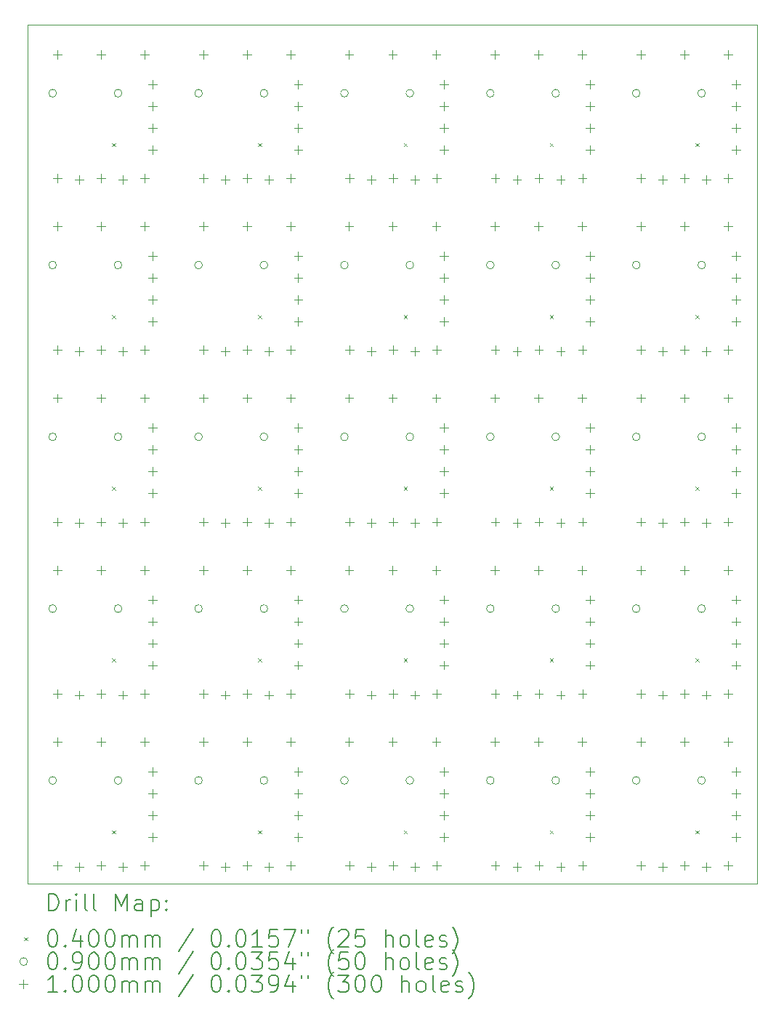
<source format=gbr>
%TF.GenerationSoftware,KiCad,Pcbnew,7.0.2*%
%TF.CreationDate,2024-02-09T22:37:32-05:00*%
%TF.ProjectId,Feeder-Panelized,46656564-6572-42d5-9061-6e656c697a65,rev?*%
%TF.SameCoordinates,Original*%
%TF.FileFunction,Drillmap*%
%TF.FilePolarity,Positive*%
%FSLAX45Y45*%
G04 Gerber Fmt 4.5, Leading zero omitted, Abs format (unit mm)*
G04 Created by KiCad (PCBNEW 7.0.2) date 2024-02-09 22:37:32*
%MOMM*%
%LPD*%
G01*
G04 APERTURE LIST*
%ADD10C,0.100000*%
%ADD11C,0.200000*%
%ADD12C,0.040000*%
%ADD13C,0.090000*%
G04 APERTURE END LIST*
D10*
X13950000Y-8000000D02*
X22450000Y-8000000D01*
X22450000Y-18000000D01*
X13950000Y-18000000D01*
X13950000Y-8000000D01*
D11*
D12*
X14930000Y-9380000D02*
X14970000Y-9420000D01*
X14970000Y-9380000D02*
X14930000Y-9420000D01*
X14930000Y-11380000D02*
X14970000Y-11420000D01*
X14970000Y-11380000D02*
X14930000Y-11420000D01*
X14930000Y-13380000D02*
X14970000Y-13420000D01*
X14970000Y-13380000D02*
X14930000Y-13420000D01*
X14930000Y-15380000D02*
X14970000Y-15420000D01*
X14970000Y-15380000D02*
X14930000Y-15420000D01*
X14930000Y-17380000D02*
X14970000Y-17420000D01*
X14970000Y-17380000D02*
X14930000Y-17420000D01*
X16630000Y-9380000D02*
X16670000Y-9420000D01*
X16670000Y-9380000D02*
X16630000Y-9420000D01*
X16630000Y-11380000D02*
X16670000Y-11420000D01*
X16670000Y-11380000D02*
X16630000Y-11420000D01*
X16630000Y-13380000D02*
X16670000Y-13420000D01*
X16670000Y-13380000D02*
X16630000Y-13420000D01*
X16630000Y-15380000D02*
X16670000Y-15420000D01*
X16670000Y-15380000D02*
X16630000Y-15420000D01*
X16630000Y-17380000D02*
X16670000Y-17420000D01*
X16670000Y-17380000D02*
X16630000Y-17420000D01*
X18330000Y-9380000D02*
X18370000Y-9420000D01*
X18370000Y-9380000D02*
X18330000Y-9420000D01*
X18330000Y-11380000D02*
X18370000Y-11420000D01*
X18370000Y-11380000D02*
X18330000Y-11420000D01*
X18330000Y-13380000D02*
X18370000Y-13420000D01*
X18370000Y-13380000D02*
X18330000Y-13420000D01*
X18330000Y-15380000D02*
X18370000Y-15420000D01*
X18370000Y-15380000D02*
X18330000Y-15420000D01*
X18330000Y-17380000D02*
X18370000Y-17420000D01*
X18370000Y-17380000D02*
X18330000Y-17420000D01*
X20030000Y-9380000D02*
X20070000Y-9420000D01*
X20070000Y-9380000D02*
X20030000Y-9420000D01*
X20030000Y-11380000D02*
X20070000Y-11420000D01*
X20070000Y-11380000D02*
X20030000Y-11420000D01*
X20030000Y-13380000D02*
X20070000Y-13420000D01*
X20070000Y-13380000D02*
X20030000Y-13420000D01*
X20030000Y-15380000D02*
X20070000Y-15420000D01*
X20070000Y-15380000D02*
X20030000Y-15420000D01*
X20030000Y-17380000D02*
X20070000Y-17420000D01*
X20070000Y-17380000D02*
X20030000Y-17420000D01*
X21730000Y-9380000D02*
X21770000Y-9420000D01*
X21770000Y-9380000D02*
X21730000Y-9420000D01*
X21730000Y-11380000D02*
X21770000Y-11420000D01*
X21770000Y-11380000D02*
X21730000Y-11420000D01*
X21730000Y-13380000D02*
X21770000Y-13420000D01*
X21770000Y-13380000D02*
X21730000Y-13420000D01*
X21730000Y-15380000D02*
X21770000Y-15420000D01*
X21770000Y-15380000D02*
X21730000Y-15420000D01*
X21730000Y-17380000D02*
X21770000Y-17420000D01*
X21770000Y-17380000D02*
X21730000Y-17420000D01*
D13*
X14283000Y-8800000D02*
G75*
G03*
X14283000Y-8800000I-45000J0D01*
G01*
X14283000Y-10800000D02*
G75*
G03*
X14283000Y-10800000I-45000J0D01*
G01*
X14283000Y-12800000D02*
G75*
G03*
X14283000Y-12800000I-45000J0D01*
G01*
X14283000Y-14800000D02*
G75*
G03*
X14283000Y-14800000I-45000J0D01*
G01*
X14283000Y-16800000D02*
G75*
G03*
X14283000Y-16800000I-45000J0D01*
G01*
X15045000Y-8800000D02*
G75*
G03*
X15045000Y-8800000I-45000J0D01*
G01*
X15045000Y-10800000D02*
G75*
G03*
X15045000Y-10800000I-45000J0D01*
G01*
X15045000Y-12800000D02*
G75*
G03*
X15045000Y-12800000I-45000J0D01*
G01*
X15045000Y-14800000D02*
G75*
G03*
X15045000Y-14800000I-45000J0D01*
G01*
X15045000Y-16800000D02*
G75*
G03*
X15045000Y-16800000I-45000J0D01*
G01*
X15983000Y-8800000D02*
G75*
G03*
X15983000Y-8800000I-45000J0D01*
G01*
X15983000Y-10800000D02*
G75*
G03*
X15983000Y-10800000I-45000J0D01*
G01*
X15983000Y-12800000D02*
G75*
G03*
X15983000Y-12800000I-45000J0D01*
G01*
X15983000Y-14800000D02*
G75*
G03*
X15983000Y-14800000I-45000J0D01*
G01*
X15983000Y-16800000D02*
G75*
G03*
X15983000Y-16800000I-45000J0D01*
G01*
X16745000Y-8800000D02*
G75*
G03*
X16745000Y-8800000I-45000J0D01*
G01*
X16745000Y-10800000D02*
G75*
G03*
X16745000Y-10800000I-45000J0D01*
G01*
X16745000Y-12800000D02*
G75*
G03*
X16745000Y-12800000I-45000J0D01*
G01*
X16745000Y-14800000D02*
G75*
G03*
X16745000Y-14800000I-45000J0D01*
G01*
X16745000Y-16800000D02*
G75*
G03*
X16745000Y-16800000I-45000J0D01*
G01*
X17683000Y-8800000D02*
G75*
G03*
X17683000Y-8800000I-45000J0D01*
G01*
X17683000Y-10800000D02*
G75*
G03*
X17683000Y-10800000I-45000J0D01*
G01*
X17683000Y-12800000D02*
G75*
G03*
X17683000Y-12800000I-45000J0D01*
G01*
X17683000Y-14800000D02*
G75*
G03*
X17683000Y-14800000I-45000J0D01*
G01*
X17683000Y-16800000D02*
G75*
G03*
X17683000Y-16800000I-45000J0D01*
G01*
X18445000Y-8800000D02*
G75*
G03*
X18445000Y-8800000I-45000J0D01*
G01*
X18445000Y-10800000D02*
G75*
G03*
X18445000Y-10800000I-45000J0D01*
G01*
X18445000Y-12800000D02*
G75*
G03*
X18445000Y-12800000I-45000J0D01*
G01*
X18445000Y-14800000D02*
G75*
G03*
X18445000Y-14800000I-45000J0D01*
G01*
X18445000Y-16800000D02*
G75*
G03*
X18445000Y-16800000I-45000J0D01*
G01*
X19383000Y-8800000D02*
G75*
G03*
X19383000Y-8800000I-45000J0D01*
G01*
X19383000Y-10800000D02*
G75*
G03*
X19383000Y-10800000I-45000J0D01*
G01*
X19383000Y-12800000D02*
G75*
G03*
X19383000Y-12800000I-45000J0D01*
G01*
X19383000Y-14800000D02*
G75*
G03*
X19383000Y-14800000I-45000J0D01*
G01*
X19383000Y-16800000D02*
G75*
G03*
X19383000Y-16800000I-45000J0D01*
G01*
X20145000Y-8800000D02*
G75*
G03*
X20145000Y-8800000I-45000J0D01*
G01*
X20145000Y-10800000D02*
G75*
G03*
X20145000Y-10800000I-45000J0D01*
G01*
X20145000Y-12800000D02*
G75*
G03*
X20145000Y-12800000I-45000J0D01*
G01*
X20145000Y-14800000D02*
G75*
G03*
X20145000Y-14800000I-45000J0D01*
G01*
X20145000Y-16800000D02*
G75*
G03*
X20145000Y-16800000I-45000J0D01*
G01*
X21083000Y-8800000D02*
G75*
G03*
X21083000Y-8800000I-45000J0D01*
G01*
X21083000Y-10800000D02*
G75*
G03*
X21083000Y-10800000I-45000J0D01*
G01*
X21083000Y-12800000D02*
G75*
G03*
X21083000Y-12800000I-45000J0D01*
G01*
X21083000Y-14800000D02*
G75*
G03*
X21083000Y-14800000I-45000J0D01*
G01*
X21083000Y-16800000D02*
G75*
G03*
X21083000Y-16800000I-45000J0D01*
G01*
X21845000Y-8800000D02*
G75*
G03*
X21845000Y-8800000I-45000J0D01*
G01*
X21845000Y-10800000D02*
G75*
G03*
X21845000Y-10800000I-45000J0D01*
G01*
X21845000Y-12800000D02*
G75*
G03*
X21845000Y-12800000I-45000J0D01*
G01*
X21845000Y-14800000D02*
G75*
G03*
X21845000Y-14800000I-45000J0D01*
G01*
X21845000Y-16800000D02*
G75*
G03*
X21845000Y-16800000I-45000J0D01*
G01*
D10*
X14292000Y-8300000D02*
X14292000Y-8400000D01*
X14242000Y-8350000D02*
X14342000Y-8350000D01*
X14292000Y-10300000D02*
X14292000Y-10400000D01*
X14242000Y-10350000D02*
X14342000Y-10350000D01*
X14292000Y-12300000D02*
X14292000Y-12400000D01*
X14242000Y-12350000D02*
X14342000Y-12350000D01*
X14292000Y-14300000D02*
X14292000Y-14400000D01*
X14242000Y-14350000D02*
X14342000Y-14350000D01*
X14292000Y-16300000D02*
X14292000Y-16400000D01*
X14242000Y-16350000D02*
X14342000Y-16350000D01*
X14295000Y-9740000D02*
X14295000Y-9840000D01*
X14245000Y-9790000D02*
X14345000Y-9790000D01*
X14295000Y-11740000D02*
X14295000Y-11840000D01*
X14245000Y-11790000D02*
X14345000Y-11790000D01*
X14295000Y-13740000D02*
X14295000Y-13840000D01*
X14245000Y-13790000D02*
X14345000Y-13790000D01*
X14295000Y-15740000D02*
X14295000Y-15840000D01*
X14245000Y-15790000D02*
X14345000Y-15790000D01*
X14295000Y-17740000D02*
X14295000Y-17840000D01*
X14245000Y-17790000D02*
X14345000Y-17790000D01*
X14549000Y-9755000D02*
X14549000Y-9855000D01*
X14499000Y-9805000D02*
X14599000Y-9805000D01*
X14549000Y-11755000D02*
X14549000Y-11855000D01*
X14499000Y-11805000D02*
X14599000Y-11805000D01*
X14549000Y-13755000D02*
X14549000Y-13855000D01*
X14499000Y-13805000D02*
X14599000Y-13805000D01*
X14549000Y-15755000D02*
X14549000Y-15855000D01*
X14499000Y-15805000D02*
X14599000Y-15805000D01*
X14549000Y-17755000D02*
X14549000Y-17855000D01*
X14499000Y-17805000D02*
X14599000Y-17805000D01*
X14800000Y-8300000D02*
X14800000Y-8400000D01*
X14750000Y-8350000D02*
X14850000Y-8350000D01*
X14800000Y-10300000D02*
X14800000Y-10400000D01*
X14750000Y-10350000D02*
X14850000Y-10350000D01*
X14800000Y-12300000D02*
X14800000Y-12400000D01*
X14750000Y-12350000D02*
X14850000Y-12350000D01*
X14800000Y-14300000D02*
X14800000Y-14400000D01*
X14750000Y-14350000D02*
X14850000Y-14350000D01*
X14800000Y-16300000D02*
X14800000Y-16400000D01*
X14750000Y-16350000D02*
X14850000Y-16350000D01*
X14803000Y-9740000D02*
X14803000Y-9840000D01*
X14753000Y-9790000D02*
X14853000Y-9790000D01*
X14803000Y-11740000D02*
X14803000Y-11840000D01*
X14753000Y-11790000D02*
X14853000Y-11790000D01*
X14803000Y-13740000D02*
X14803000Y-13840000D01*
X14753000Y-13790000D02*
X14853000Y-13790000D01*
X14803000Y-15740000D02*
X14803000Y-15840000D01*
X14753000Y-15790000D02*
X14853000Y-15790000D01*
X14803000Y-17740000D02*
X14803000Y-17840000D01*
X14753000Y-17790000D02*
X14853000Y-17790000D01*
X15057000Y-9755000D02*
X15057000Y-9855000D01*
X15007000Y-9805000D02*
X15107000Y-9805000D01*
X15057000Y-11755000D02*
X15057000Y-11855000D01*
X15007000Y-11805000D02*
X15107000Y-11805000D01*
X15057000Y-13755000D02*
X15057000Y-13855000D01*
X15007000Y-13805000D02*
X15107000Y-13805000D01*
X15057000Y-15755000D02*
X15057000Y-15855000D01*
X15007000Y-15805000D02*
X15107000Y-15805000D01*
X15057000Y-17755000D02*
X15057000Y-17855000D01*
X15007000Y-17805000D02*
X15107000Y-17805000D01*
X15308000Y-8300000D02*
X15308000Y-8400000D01*
X15258000Y-8350000D02*
X15358000Y-8350000D01*
X15308000Y-10300000D02*
X15308000Y-10400000D01*
X15258000Y-10350000D02*
X15358000Y-10350000D01*
X15308000Y-12300000D02*
X15308000Y-12400000D01*
X15258000Y-12350000D02*
X15358000Y-12350000D01*
X15308000Y-14300000D02*
X15308000Y-14400000D01*
X15258000Y-14350000D02*
X15358000Y-14350000D01*
X15308000Y-16300000D02*
X15308000Y-16400000D01*
X15258000Y-16350000D02*
X15358000Y-16350000D01*
X15311000Y-9740000D02*
X15311000Y-9840000D01*
X15261000Y-9790000D02*
X15361000Y-9790000D01*
X15311000Y-11740000D02*
X15311000Y-11840000D01*
X15261000Y-11790000D02*
X15361000Y-11790000D01*
X15311000Y-13740000D02*
X15311000Y-13840000D01*
X15261000Y-13790000D02*
X15361000Y-13790000D01*
X15311000Y-15740000D02*
X15311000Y-15840000D01*
X15261000Y-15790000D02*
X15361000Y-15790000D01*
X15311000Y-17740000D02*
X15311000Y-17840000D01*
X15261000Y-17790000D02*
X15361000Y-17790000D01*
X15400000Y-8646000D02*
X15400000Y-8746000D01*
X15350000Y-8696000D02*
X15450000Y-8696000D01*
X15400000Y-8900000D02*
X15400000Y-9000000D01*
X15350000Y-8950000D02*
X15450000Y-8950000D01*
X15400000Y-9154000D02*
X15400000Y-9254000D01*
X15350000Y-9204000D02*
X15450000Y-9204000D01*
X15400000Y-9408000D02*
X15400000Y-9508000D01*
X15350000Y-9458000D02*
X15450000Y-9458000D01*
X15400000Y-10646000D02*
X15400000Y-10746000D01*
X15350000Y-10696000D02*
X15450000Y-10696000D01*
X15400000Y-10900000D02*
X15400000Y-11000000D01*
X15350000Y-10950000D02*
X15450000Y-10950000D01*
X15400000Y-11154000D02*
X15400000Y-11254000D01*
X15350000Y-11204000D02*
X15450000Y-11204000D01*
X15400000Y-11408000D02*
X15400000Y-11508000D01*
X15350000Y-11458000D02*
X15450000Y-11458000D01*
X15400000Y-12646000D02*
X15400000Y-12746000D01*
X15350000Y-12696000D02*
X15450000Y-12696000D01*
X15400000Y-12900000D02*
X15400000Y-13000000D01*
X15350000Y-12950000D02*
X15450000Y-12950000D01*
X15400000Y-13154000D02*
X15400000Y-13254000D01*
X15350000Y-13204000D02*
X15450000Y-13204000D01*
X15400000Y-13408000D02*
X15400000Y-13508000D01*
X15350000Y-13458000D02*
X15450000Y-13458000D01*
X15400000Y-14646000D02*
X15400000Y-14746000D01*
X15350000Y-14696000D02*
X15450000Y-14696000D01*
X15400000Y-14900000D02*
X15400000Y-15000000D01*
X15350000Y-14950000D02*
X15450000Y-14950000D01*
X15400000Y-15154000D02*
X15400000Y-15254000D01*
X15350000Y-15204000D02*
X15450000Y-15204000D01*
X15400000Y-15408000D02*
X15400000Y-15508000D01*
X15350000Y-15458000D02*
X15450000Y-15458000D01*
X15400000Y-16646000D02*
X15400000Y-16746000D01*
X15350000Y-16696000D02*
X15450000Y-16696000D01*
X15400000Y-16900000D02*
X15400000Y-17000000D01*
X15350000Y-16950000D02*
X15450000Y-16950000D01*
X15400000Y-17154000D02*
X15400000Y-17254000D01*
X15350000Y-17204000D02*
X15450000Y-17204000D01*
X15400000Y-17408000D02*
X15400000Y-17508000D01*
X15350000Y-17458000D02*
X15450000Y-17458000D01*
X15992000Y-8300000D02*
X15992000Y-8400000D01*
X15942000Y-8350000D02*
X16042000Y-8350000D01*
X15992000Y-10300000D02*
X15992000Y-10400000D01*
X15942000Y-10350000D02*
X16042000Y-10350000D01*
X15992000Y-12300000D02*
X15992000Y-12400000D01*
X15942000Y-12350000D02*
X16042000Y-12350000D01*
X15992000Y-14300000D02*
X15992000Y-14400000D01*
X15942000Y-14350000D02*
X16042000Y-14350000D01*
X15992000Y-16300000D02*
X15992000Y-16400000D01*
X15942000Y-16350000D02*
X16042000Y-16350000D01*
X15995000Y-9740000D02*
X15995000Y-9840000D01*
X15945000Y-9790000D02*
X16045000Y-9790000D01*
X15995000Y-11740000D02*
X15995000Y-11840000D01*
X15945000Y-11790000D02*
X16045000Y-11790000D01*
X15995000Y-13740000D02*
X15995000Y-13840000D01*
X15945000Y-13790000D02*
X16045000Y-13790000D01*
X15995000Y-15740000D02*
X15995000Y-15840000D01*
X15945000Y-15790000D02*
X16045000Y-15790000D01*
X15995000Y-17740000D02*
X15995000Y-17840000D01*
X15945000Y-17790000D02*
X16045000Y-17790000D01*
X16249000Y-9755000D02*
X16249000Y-9855000D01*
X16199000Y-9805000D02*
X16299000Y-9805000D01*
X16249000Y-11755000D02*
X16249000Y-11855000D01*
X16199000Y-11805000D02*
X16299000Y-11805000D01*
X16249000Y-13755000D02*
X16249000Y-13855000D01*
X16199000Y-13805000D02*
X16299000Y-13805000D01*
X16249000Y-15755000D02*
X16249000Y-15855000D01*
X16199000Y-15805000D02*
X16299000Y-15805000D01*
X16249000Y-17755000D02*
X16249000Y-17855000D01*
X16199000Y-17805000D02*
X16299000Y-17805000D01*
X16500000Y-8300000D02*
X16500000Y-8400000D01*
X16450000Y-8350000D02*
X16550000Y-8350000D01*
X16500000Y-10300000D02*
X16500000Y-10400000D01*
X16450000Y-10350000D02*
X16550000Y-10350000D01*
X16500000Y-12300000D02*
X16500000Y-12400000D01*
X16450000Y-12350000D02*
X16550000Y-12350000D01*
X16500000Y-14300000D02*
X16500000Y-14400000D01*
X16450000Y-14350000D02*
X16550000Y-14350000D01*
X16500000Y-16300000D02*
X16500000Y-16400000D01*
X16450000Y-16350000D02*
X16550000Y-16350000D01*
X16503000Y-9740000D02*
X16503000Y-9840000D01*
X16453000Y-9790000D02*
X16553000Y-9790000D01*
X16503000Y-11740000D02*
X16503000Y-11840000D01*
X16453000Y-11790000D02*
X16553000Y-11790000D01*
X16503000Y-13740000D02*
X16503000Y-13840000D01*
X16453000Y-13790000D02*
X16553000Y-13790000D01*
X16503000Y-15740000D02*
X16503000Y-15840000D01*
X16453000Y-15790000D02*
X16553000Y-15790000D01*
X16503000Y-17740000D02*
X16503000Y-17840000D01*
X16453000Y-17790000D02*
X16553000Y-17790000D01*
X16757000Y-9755000D02*
X16757000Y-9855000D01*
X16707000Y-9805000D02*
X16807000Y-9805000D01*
X16757000Y-11755000D02*
X16757000Y-11855000D01*
X16707000Y-11805000D02*
X16807000Y-11805000D01*
X16757000Y-13755000D02*
X16757000Y-13855000D01*
X16707000Y-13805000D02*
X16807000Y-13805000D01*
X16757000Y-15755000D02*
X16757000Y-15855000D01*
X16707000Y-15805000D02*
X16807000Y-15805000D01*
X16757000Y-17755000D02*
X16757000Y-17855000D01*
X16707000Y-17805000D02*
X16807000Y-17805000D01*
X17008000Y-8300000D02*
X17008000Y-8400000D01*
X16958000Y-8350000D02*
X17058000Y-8350000D01*
X17008000Y-10300000D02*
X17008000Y-10400000D01*
X16958000Y-10350000D02*
X17058000Y-10350000D01*
X17008000Y-12300000D02*
X17008000Y-12400000D01*
X16958000Y-12350000D02*
X17058000Y-12350000D01*
X17008000Y-14300000D02*
X17008000Y-14400000D01*
X16958000Y-14350000D02*
X17058000Y-14350000D01*
X17008000Y-16300000D02*
X17008000Y-16400000D01*
X16958000Y-16350000D02*
X17058000Y-16350000D01*
X17011000Y-9740000D02*
X17011000Y-9840000D01*
X16961000Y-9790000D02*
X17061000Y-9790000D01*
X17011000Y-11740000D02*
X17011000Y-11840000D01*
X16961000Y-11790000D02*
X17061000Y-11790000D01*
X17011000Y-13740000D02*
X17011000Y-13840000D01*
X16961000Y-13790000D02*
X17061000Y-13790000D01*
X17011000Y-15740000D02*
X17011000Y-15840000D01*
X16961000Y-15790000D02*
X17061000Y-15790000D01*
X17011000Y-17740000D02*
X17011000Y-17840000D01*
X16961000Y-17790000D02*
X17061000Y-17790000D01*
X17100000Y-8646000D02*
X17100000Y-8746000D01*
X17050000Y-8696000D02*
X17150000Y-8696000D01*
X17100000Y-8900000D02*
X17100000Y-9000000D01*
X17050000Y-8950000D02*
X17150000Y-8950000D01*
X17100000Y-9154000D02*
X17100000Y-9254000D01*
X17050000Y-9204000D02*
X17150000Y-9204000D01*
X17100000Y-9408000D02*
X17100000Y-9508000D01*
X17050000Y-9458000D02*
X17150000Y-9458000D01*
X17100000Y-10646000D02*
X17100000Y-10746000D01*
X17050000Y-10696000D02*
X17150000Y-10696000D01*
X17100000Y-10900000D02*
X17100000Y-11000000D01*
X17050000Y-10950000D02*
X17150000Y-10950000D01*
X17100000Y-11154000D02*
X17100000Y-11254000D01*
X17050000Y-11204000D02*
X17150000Y-11204000D01*
X17100000Y-11408000D02*
X17100000Y-11508000D01*
X17050000Y-11458000D02*
X17150000Y-11458000D01*
X17100000Y-12646000D02*
X17100000Y-12746000D01*
X17050000Y-12696000D02*
X17150000Y-12696000D01*
X17100000Y-12900000D02*
X17100000Y-13000000D01*
X17050000Y-12950000D02*
X17150000Y-12950000D01*
X17100000Y-13154000D02*
X17100000Y-13254000D01*
X17050000Y-13204000D02*
X17150000Y-13204000D01*
X17100000Y-13408000D02*
X17100000Y-13508000D01*
X17050000Y-13458000D02*
X17150000Y-13458000D01*
X17100000Y-14646000D02*
X17100000Y-14746000D01*
X17050000Y-14696000D02*
X17150000Y-14696000D01*
X17100000Y-14900000D02*
X17100000Y-15000000D01*
X17050000Y-14950000D02*
X17150000Y-14950000D01*
X17100000Y-15154000D02*
X17100000Y-15254000D01*
X17050000Y-15204000D02*
X17150000Y-15204000D01*
X17100000Y-15408000D02*
X17100000Y-15508000D01*
X17050000Y-15458000D02*
X17150000Y-15458000D01*
X17100000Y-16646000D02*
X17100000Y-16746000D01*
X17050000Y-16696000D02*
X17150000Y-16696000D01*
X17100000Y-16900000D02*
X17100000Y-17000000D01*
X17050000Y-16950000D02*
X17150000Y-16950000D01*
X17100000Y-17154000D02*
X17100000Y-17254000D01*
X17050000Y-17204000D02*
X17150000Y-17204000D01*
X17100000Y-17408000D02*
X17100000Y-17508000D01*
X17050000Y-17458000D02*
X17150000Y-17458000D01*
X17692000Y-8300000D02*
X17692000Y-8400000D01*
X17642000Y-8350000D02*
X17742000Y-8350000D01*
X17692000Y-10300000D02*
X17692000Y-10400000D01*
X17642000Y-10350000D02*
X17742000Y-10350000D01*
X17692000Y-12300000D02*
X17692000Y-12400000D01*
X17642000Y-12350000D02*
X17742000Y-12350000D01*
X17692000Y-14300000D02*
X17692000Y-14400000D01*
X17642000Y-14350000D02*
X17742000Y-14350000D01*
X17692000Y-16300000D02*
X17692000Y-16400000D01*
X17642000Y-16350000D02*
X17742000Y-16350000D01*
X17695000Y-9740000D02*
X17695000Y-9840000D01*
X17645000Y-9790000D02*
X17745000Y-9790000D01*
X17695000Y-11740000D02*
X17695000Y-11840000D01*
X17645000Y-11790000D02*
X17745000Y-11790000D01*
X17695000Y-13740000D02*
X17695000Y-13840000D01*
X17645000Y-13790000D02*
X17745000Y-13790000D01*
X17695000Y-15740000D02*
X17695000Y-15840000D01*
X17645000Y-15790000D02*
X17745000Y-15790000D01*
X17695000Y-17740000D02*
X17695000Y-17840000D01*
X17645000Y-17790000D02*
X17745000Y-17790000D01*
X17949000Y-9755000D02*
X17949000Y-9855000D01*
X17899000Y-9805000D02*
X17999000Y-9805000D01*
X17949000Y-11755000D02*
X17949000Y-11855000D01*
X17899000Y-11805000D02*
X17999000Y-11805000D01*
X17949000Y-13755000D02*
X17949000Y-13855000D01*
X17899000Y-13805000D02*
X17999000Y-13805000D01*
X17949000Y-15755000D02*
X17949000Y-15855000D01*
X17899000Y-15805000D02*
X17999000Y-15805000D01*
X17949000Y-17755000D02*
X17949000Y-17855000D01*
X17899000Y-17805000D02*
X17999000Y-17805000D01*
X18200000Y-8300000D02*
X18200000Y-8400000D01*
X18150000Y-8350000D02*
X18250000Y-8350000D01*
X18200000Y-10300000D02*
X18200000Y-10400000D01*
X18150000Y-10350000D02*
X18250000Y-10350000D01*
X18200000Y-12300000D02*
X18200000Y-12400000D01*
X18150000Y-12350000D02*
X18250000Y-12350000D01*
X18200000Y-14300000D02*
X18200000Y-14400000D01*
X18150000Y-14350000D02*
X18250000Y-14350000D01*
X18200000Y-16300000D02*
X18200000Y-16400000D01*
X18150000Y-16350000D02*
X18250000Y-16350000D01*
X18203000Y-9740000D02*
X18203000Y-9840000D01*
X18153000Y-9790000D02*
X18253000Y-9790000D01*
X18203000Y-11740000D02*
X18203000Y-11840000D01*
X18153000Y-11790000D02*
X18253000Y-11790000D01*
X18203000Y-13740000D02*
X18203000Y-13840000D01*
X18153000Y-13790000D02*
X18253000Y-13790000D01*
X18203000Y-15740000D02*
X18203000Y-15840000D01*
X18153000Y-15790000D02*
X18253000Y-15790000D01*
X18203000Y-17740000D02*
X18203000Y-17840000D01*
X18153000Y-17790000D02*
X18253000Y-17790000D01*
X18457000Y-9755000D02*
X18457000Y-9855000D01*
X18407000Y-9805000D02*
X18507000Y-9805000D01*
X18457000Y-11755000D02*
X18457000Y-11855000D01*
X18407000Y-11805000D02*
X18507000Y-11805000D01*
X18457000Y-13755000D02*
X18457000Y-13855000D01*
X18407000Y-13805000D02*
X18507000Y-13805000D01*
X18457000Y-15755000D02*
X18457000Y-15855000D01*
X18407000Y-15805000D02*
X18507000Y-15805000D01*
X18457000Y-17755000D02*
X18457000Y-17855000D01*
X18407000Y-17805000D02*
X18507000Y-17805000D01*
X18708000Y-8300000D02*
X18708000Y-8400000D01*
X18658000Y-8350000D02*
X18758000Y-8350000D01*
X18708000Y-10300000D02*
X18708000Y-10400000D01*
X18658000Y-10350000D02*
X18758000Y-10350000D01*
X18708000Y-12300000D02*
X18708000Y-12400000D01*
X18658000Y-12350000D02*
X18758000Y-12350000D01*
X18708000Y-14300000D02*
X18708000Y-14400000D01*
X18658000Y-14350000D02*
X18758000Y-14350000D01*
X18708000Y-16300000D02*
X18708000Y-16400000D01*
X18658000Y-16350000D02*
X18758000Y-16350000D01*
X18711000Y-9740000D02*
X18711000Y-9840000D01*
X18661000Y-9790000D02*
X18761000Y-9790000D01*
X18711000Y-11740000D02*
X18711000Y-11840000D01*
X18661000Y-11790000D02*
X18761000Y-11790000D01*
X18711000Y-13740000D02*
X18711000Y-13840000D01*
X18661000Y-13790000D02*
X18761000Y-13790000D01*
X18711000Y-15740000D02*
X18711000Y-15840000D01*
X18661000Y-15790000D02*
X18761000Y-15790000D01*
X18711000Y-17740000D02*
X18711000Y-17840000D01*
X18661000Y-17790000D02*
X18761000Y-17790000D01*
X18800000Y-8646000D02*
X18800000Y-8746000D01*
X18750000Y-8696000D02*
X18850000Y-8696000D01*
X18800000Y-8900000D02*
X18800000Y-9000000D01*
X18750000Y-8950000D02*
X18850000Y-8950000D01*
X18800000Y-9154000D02*
X18800000Y-9254000D01*
X18750000Y-9204000D02*
X18850000Y-9204000D01*
X18800000Y-9408000D02*
X18800000Y-9508000D01*
X18750000Y-9458000D02*
X18850000Y-9458000D01*
X18800000Y-10646000D02*
X18800000Y-10746000D01*
X18750000Y-10696000D02*
X18850000Y-10696000D01*
X18800000Y-10900000D02*
X18800000Y-11000000D01*
X18750000Y-10950000D02*
X18850000Y-10950000D01*
X18800000Y-11154000D02*
X18800000Y-11254000D01*
X18750000Y-11204000D02*
X18850000Y-11204000D01*
X18800000Y-11408000D02*
X18800000Y-11508000D01*
X18750000Y-11458000D02*
X18850000Y-11458000D01*
X18800000Y-12646000D02*
X18800000Y-12746000D01*
X18750000Y-12696000D02*
X18850000Y-12696000D01*
X18800000Y-12900000D02*
X18800000Y-13000000D01*
X18750000Y-12950000D02*
X18850000Y-12950000D01*
X18800000Y-13154000D02*
X18800000Y-13254000D01*
X18750000Y-13204000D02*
X18850000Y-13204000D01*
X18800000Y-13408000D02*
X18800000Y-13508000D01*
X18750000Y-13458000D02*
X18850000Y-13458000D01*
X18800000Y-14646000D02*
X18800000Y-14746000D01*
X18750000Y-14696000D02*
X18850000Y-14696000D01*
X18800000Y-14900000D02*
X18800000Y-15000000D01*
X18750000Y-14950000D02*
X18850000Y-14950000D01*
X18800000Y-15154000D02*
X18800000Y-15254000D01*
X18750000Y-15204000D02*
X18850000Y-15204000D01*
X18800000Y-15408000D02*
X18800000Y-15508000D01*
X18750000Y-15458000D02*
X18850000Y-15458000D01*
X18800000Y-16646000D02*
X18800000Y-16746000D01*
X18750000Y-16696000D02*
X18850000Y-16696000D01*
X18800000Y-16900000D02*
X18800000Y-17000000D01*
X18750000Y-16950000D02*
X18850000Y-16950000D01*
X18800000Y-17154000D02*
X18800000Y-17254000D01*
X18750000Y-17204000D02*
X18850000Y-17204000D01*
X18800000Y-17408000D02*
X18800000Y-17508000D01*
X18750000Y-17458000D02*
X18850000Y-17458000D01*
X19392000Y-8300000D02*
X19392000Y-8400000D01*
X19342000Y-8350000D02*
X19442000Y-8350000D01*
X19392000Y-10300000D02*
X19392000Y-10400000D01*
X19342000Y-10350000D02*
X19442000Y-10350000D01*
X19392000Y-12300000D02*
X19392000Y-12400000D01*
X19342000Y-12350000D02*
X19442000Y-12350000D01*
X19392000Y-14300000D02*
X19392000Y-14400000D01*
X19342000Y-14350000D02*
X19442000Y-14350000D01*
X19392000Y-16300000D02*
X19392000Y-16400000D01*
X19342000Y-16350000D02*
X19442000Y-16350000D01*
X19395000Y-9740000D02*
X19395000Y-9840000D01*
X19345000Y-9790000D02*
X19445000Y-9790000D01*
X19395000Y-11740000D02*
X19395000Y-11840000D01*
X19345000Y-11790000D02*
X19445000Y-11790000D01*
X19395000Y-13740000D02*
X19395000Y-13840000D01*
X19345000Y-13790000D02*
X19445000Y-13790000D01*
X19395000Y-15740000D02*
X19395000Y-15840000D01*
X19345000Y-15790000D02*
X19445000Y-15790000D01*
X19395000Y-17740000D02*
X19395000Y-17840000D01*
X19345000Y-17790000D02*
X19445000Y-17790000D01*
X19649000Y-9755000D02*
X19649000Y-9855000D01*
X19599000Y-9805000D02*
X19699000Y-9805000D01*
X19649000Y-11755000D02*
X19649000Y-11855000D01*
X19599000Y-11805000D02*
X19699000Y-11805000D01*
X19649000Y-13755000D02*
X19649000Y-13855000D01*
X19599000Y-13805000D02*
X19699000Y-13805000D01*
X19649000Y-15755000D02*
X19649000Y-15855000D01*
X19599000Y-15805000D02*
X19699000Y-15805000D01*
X19649000Y-17755000D02*
X19649000Y-17855000D01*
X19599000Y-17805000D02*
X19699000Y-17805000D01*
X19900000Y-8300000D02*
X19900000Y-8400000D01*
X19850000Y-8350000D02*
X19950000Y-8350000D01*
X19900000Y-10300000D02*
X19900000Y-10400000D01*
X19850000Y-10350000D02*
X19950000Y-10350000D01*
X19900000Y-12300000D02*
X19900000Y-12400000D01*
X19850000Y-12350000D02*
X19950000Y-12350000D01*
X19900000Y-14300000D02*
X19900000Y-14400000D01*
X19850000Y-14350000D02*
X19950000Y-14350000D01*
X19900000Y-16300000D02*
X19900000Y-16400000D01*
X19850000Y-16350000D02*
X19950000Y-16350000D01*
X19903000Y-9740000D02*
X19903000Y-9840000D01*
X19853000Y-9790000D02*
X19953000Y-9790000D01*
X19903000Y-11740000D02*
X19903000Y-11840000D01*
X19853000Y-11790000D02*
X19953000Y-11790000D01*
X19903000Y-13740000D02*
X19903000Y-13840000D01*
X19853000Y-13790000D02*
X19953000Y-13790000D01*
X19903000Y-15740000D02*
X19903000Y-15840000D01*
X19853000Y-15790000D02*
X19953000Y-15790000D01*
X19903000Y-17740000D02*
X19903000Y-17840000D01*
X19853000Y-17790000D02*
X19953000Y-17790000D01*
X20157000Y-9755000D02*
X20157000Y-9855000D01*
X20107000Y-9805000D02*
X20207000Y-9805000D01*
X20157000Y-11755000D02*
X20157000Y-11855000D01*
X20107000Y-11805000D02*
X20207000Y-11805000D01*
X20157000Y-13755000D02*
X20157000Y-13855000D01*
X20107000Y-13805000D02*
X20207000Y-13805000D01*
X20157000Y-15755000D02*
X20157000Y-15855000D01*
X20107000Y-15805000D02*
X20207000Y-15805000D01*
X20157000Y-17755000D02*
X20157000Y-17855000D01*
X20107000Y-17805000D02*
X20207000Y-17805000D01*
X20408000Y-8300000D02*
X20408000Y-8400000D01*
X20358000Y-8350000D02*
X20458000Y-8350000D01*
X20408000Y-10300000D02*
X20408000Y-10400000D01*
X20358000Y-10350000D02*
X20458000Y-10350000D01*
X20408000Y-12300000D02*
X20408000Y-12400000D01*
X20358000Y-12350000D02*
X20458000Y-12350000D01*
X20408000Y-14300000D02*
X20408000Y-14400000D01*
X20358000Y-14350000D02*
X20458000Y-14350000D01*
X20408000Y-16300000D02*
X20408000Y-16400000D01*
X20358000Y-16350000D02*
X20458000Y-16350000D01*
X20411000Y-9740000D02*
X20411000Y-9840000D01*
X20361000Y-9790000D02*
X20461000Y-9790000D01*
X20411000Y-11740000D02*
X20411000Y-11840000D01*
X20361000Y-11790000D02*
X20461000Y-11790000D01*
X20411000Y-13740000D02*
X20411000Y-13840000D01*
X20361000Y-13790000D02*
X20461000Y-13790000D01*
X20411000Y-15740000D02*
X20411000Y-15840000D01*
X20361000Y-15790000D02*
X20461000Y-15790000D01*
X20411000Y-17740000D02*
X20411000Y-17840000D01*
X20361000Y-17790000D02*
X20461000Y-17790000D01*
X20500000Y-8646000D02*
X20500000Y-8746000D01*
X20450000Y-8696000D02*
X20550000Y-8696000D01*
X20500000Y-8900000D02*
X20500000Y-9000000D01*
X20450000Y-8950000D02*
X20550000Y-8950000D01*
X20500000Y-9154000D02*
X20500000Y-9254000D01*
X20450000Y-9204000D02*
X20550000Y-9204000D01*
X20500000Y-9408000D02*
X20500000Y-9508000D01*
X20450000Y-9458000D02*
X20550000Y-9458000D01*
X20500000Y-10646000D02*
X20500000Y-10746000D01*
X20450000Y-10696000D02*
X20550000Y-10696000D01*
X20500000Y-10900000D02*
X20500000Y-11000000D01*
X20450000Y-10950000D02*
X20550000Y-10950000D01*
X20500000Y-11154000D02*
X20500000Y-11254000D01*
X20450000Y-11204000D02*
X20550000Y-11204000D01*
X20500000Y-11408000D02*
X20500000Y-11508000D01*
X20450000Y-11458000D02*
X20550000Y-11458000D01*
X20500000Y-12646000D02*
X20500000Y-12746000D01*
X20450000Y-12696000D02*
X20550000Y-12696000D01*
X20500000Y-12900000D02*
X20500000Y-13000000D01*
X20450000Y-12950000D02*
X20550000Y-12950000D01*
X20500000Y-13154000D02*
X20500000Y-13254000D01*
X20450000Y-13204000D02*
X20550000Y-13204000D01*
X20500000Y-13408000D02*
X20500000Y-13508000D01*
X20450000Y-13458000D02*
X20550000Y-13458000D01*
X20500000Y-14646000D02*
X20500000Y-14746000D01*
X20450000Y-14696000D02*
X20550000Y-14696000D01*
X20500000Y-14900000D02*
X20500000Y-15000000D01*
X20450000Y-14950000D02*
X20550000Y-14950000D01*
X20500000Y-15154000D02*
X20500000Y-15254000D01*
X20450000Y-15204000D02*
X20550000Y-15204000D01*
X20500000Y-15408000D02*
X20500000Y-15508000D01*
X20450000Y-15458000D02*
X20550000Y-15458000D01*
X20500000Y-16646000D02*
X20500000Y-16746000D01*
X20450000Y-16696000D02*
X20550000Y-16696000D01*
X20500000Y-16900000D02*
X20500000Y-17000000D01*
X20450000Y-16950000D02*
X20550000Y-16950000D01*
X20500000Y-17154000D02*
X20500000Y-17254000D01*
X20450000Y-17204000D02*
X20550000Y-17204000D01*
X20500000Y-17408000D02*
X20500000Y-17508000D01*
X20450000Y-17458000D02*
X20550000Y-17458000D01*
X21092000Y-8300000D02*
X21092000Y-8400000D01*
X21042000Y-8350000D02*
X21142000Y-8350000D01*
X21092000Y-10300000D02*
X21092000Y-10400000D01*
X21042000Y-10350000D02*
X21142000Y-10350000D01*
X21092000Y-12300000D02*
X21092000Y-12400000D01*
X21042000Y-12350000D02*
X21142000Y-12350000D01*
X21092000Y-14300000D02*
X21092000Y-14400000D01*
X21042000Y-14350000D02*
X21142000Y-14350000D01*
X21092000Y-16300000D02*
X21092000Y-16400000D01*
X21042000Y-16350000D02*
X21142000Y-16350000D01*
X21095000Y-9740000D02*
X21095000Y-9840000D01*
X21045000Y-9790000D02*
X21145000Y-9790000D01*
X21095000Y-11740000D02*
X21095000Y-11840000D01*
X21045000Y-11790000D02*
X21145000Y-11790000D01*
X21095000Y-13740000D02*
X21095000Y-13840000D01*
X21045000Y-13790000D02*
X21145000Y-13790000D01*
X21095000Y-15740000D02*
X21095000Y-15840000D01*
X21045000Y-15790000D02*
X21145000Y-15790000D01*
X21095000Y-17740000D02*
X21095000Y-17840000D01*
X21045000Y-17790000D02*
X21145000Y-17790000D01*
X21349000Y-9755000D02*
X21349000Y-9855000D01*
X21299000Y-9805000D02*
X21399000Y-9805000D01*
X21349000Y-11755000D02*
X21349000Y-11855000D01*
X21299000Y-11805000D02*
X21399000Y-11805000D01*
X21349000Y-13755000D02*
X21349000Y-13855000D01*
X21299000Y-13805000D02*
X21399000Y-13805000D01*
X21349000Y-15755000D02*
X21349000Y-15855000D01*
X21299000Y-15805000D02*
X21399000Y-15805000D01*
X21349000Y-17755000D02*
X21349000Y-17855000D01*
X21299000Y-17805000D02*
X21399000Y-17805000D01*
X21600000Y-8300000D02*
X21600000Y-8400000D01*
X21550000Y-8350000D02*
X21650000Y-8350000D01*
X21600000Y-10300000D02*
X21600000Y-10400000D01*
X21550000Y-10350000D02*
X21650000Y-10350000D01*
X21600000Y-12300000D02*
X21600000Y-12400000D01*
X21550000Y-12350000D02*
X21650000Y-12350000D01*
X21600000Y-14300000D02*
X21600000Y-14400000D01*
X21550000Y-14350000D02*
X21650000Y-14350000D01*
X21600000Y-16300000D02*
X21600000Y-16400000D01*
X21550000Y-16350000D02*
X21650000Y-16350000D01*
X21603000Y-9740000D02*
X21603000Y-9840000D01*
X21553000Y-9790000D02*
X21653000Y-9790000D01*
X21603000Y-11740000D02*
X21603000Y-11840000D01*
X21553000Y-11790000D02*
X21653000Y-11790000D01*
X21603000Y-13740000D02*
X21603000Y-13840000D01*
X21553000Y-13790000D02*
X21653000Y-13790000D01*
X21603000Y-15740000D02*
X21603000Y-15840000D01*
X21553000Y-15790000D02*
X21653000Y-15790000D01*
X21603000Y-17740000D02*
X21603000Y-17840000D01*
X21553000Y-17790000D02*
X21653000Y-17790000D01*
X21857000Y-9755000D02*
X21857000Y-9855000D01*
X21807000Y-9805000D02*
X21907000Y-9805000D01*
X21857000Y-11755000D02*
X21857000Y-11855000D01*
X21807000Y-11805000D02*
X21907000Y-11805000D01*
X21857000Y-13755000D02*
X21857000Y-13855000D01*
X21807000Y-13805000D02*
X21907000Y-13805000D01*
X21857000Y-15755000D02*
X21857000Y-15855000D01*
X21807000Y-15805000D02*
X21907000Y-15805000D01*
X21857000Y-17755000D02*
X21857000Y-17855000D01*
X21807000Y-17805000D02*
X21907000Y-17805000D01*
X22108000Y-8300000D02*
X22108000Y-8400000D01*
X22058000Y-8350000D02*
X22158000Y-8350000D01*
X22108000Y-10300000D02*
X22108000Y-10400000D01*
X22058000Y-10350000D02*
X22158000Y-10350000D01*
X22108000Y-12300000D02*
X22108000Y-12400000D01*
X22058000Y-12350000D02*
X22158000Y-12350000D01*
X22108000Y-14300000D02*
X22108000Y-14400000D01*
X22058000Y-14350000D02*
X22158000Y-14350000D01*
X22108000Y-16300000D02*
X22108000Y-16400000D01*
X22058000Y-16350000D02*
X22158000Y-16350000D01*
X22111000Y-9740000D02*
X22111000Y-9840000D01*
X22061000Y-9790000D02*
X22161000Y-9790000D01*
X22111000Y-11740000D02*
X22111000Y-11840000D01*
X22061000Y-11790000D02*
X22161000Y-11790000D01*
X22111000Y-13740000D02*
X22111000Y-13840000D01*
X22061000Y-13790000D02*
X22161000Y-13790000D01*
X22111000Y-15740000D02*
X22111000Y-15840000D01*
X22061000Y-15790000D02*
X22161000Y-15790000D01*
X22111000Y-17740000D02*
X22111000Y-17840000D01*
X22061000Y-17790000D02*
X22161000Y-17790000D01*
X22200000Y-8646000D02*
X22200000Y-8746000D01*
X22150000Y-8696000D02*
X22250000Y-8696000D01*
X22200000Y-8900000D02*
X22200000Y-9000000D01*
X22150000Y-8950000D02*
X22250000Y-8950000D01*
X22200000Y-9154000D02*
X22200000Y-9254000D01*
X22150000Y-9204000D02*
X22250000Y-9204000D01*
X22200000Y-9408000D02*
X22200000Y-9508000D01*
X22150000Y-9458000D02*
X22250000Y-9458000D01*
X22200000Y-10646000D02*
X22200000Y-10746000D01*
X22150000Y-10696000D02*
X22250000Y-10696000D01*
X22200000Y-10900000D02*
X22200000Y-11000000D01*
X22150000Y-10950000D02*
X22250000Y-10950000D01*
X22200000Y-11154000D02*
X22200000Y-11254000D01*
X22150000Y-11204000D02*
X22250000Y-11204000D01*
X22200000Y-11408000D02*
X22200000Y-11508000D01*
X22150000Y-11458000D02*
X22250000Y-11458000D01*
X22200000Y-12646000D02*
X22200000Y-12746000D01*
X22150000Y-12696000D02*
X22250000Y-12696000D01*
X22200000Y-12900000D02*
X22200000Y-13000000D01*
X22150000Y-12950000D02*
X22250000Y-12950000D01*
X22200000Y-13154000D02*
X22200000Y-13254000D01*
X22150000Y-13204000D02*
X22250000Y-13204000D01*
X22200000Y-13408000D02*
X22200000Y-13508000D01*
X22150000Y-13458000D02*
X22250000Y-13458000D01*
X22200000Y-14646000D02*
X22200000Y-14746000D01*
X22150000Y-14696000D02*
X22250000Y-14696000D01*
X22200000Y-14900000D02*
X22200000Y-15000000D01*
X22150000Y-14950000D02*
X22250000Y-14950000D01*
X22200000Y-15154000D02*
X22200000Y-15254000D01*
X22150000Y-15204000D02*
X22250000Y-15204000D01*
X22200000Y-15408000D02*
X22200000Y-15508000D01*
X22150000Y-15458000D02*
X22250000Y-15458000D01*
X22200000Y-16646000D02*
X22200000Y-16746000D01*
X22150000Y-16696000D02*
X22250000Y-16696000D01*
X22200000Y-16900000D02*
X22200000Y-17000000D01*
X22150000Y-16950000D02*
X22250000Y-16950000D01*
X22200000Y-17154000D02*
X22200000Y-17254000D01*
X22150000Y-17204000D02*
X22250000Y-17204000D01*
X22200000Y-17408000D02*
X22200000Y-17508000D01*
X22150000Y-17458000D02*
X22250000Y-17458000D01*
D11*
X14192619Y-18317524D02*
X14192619Y-18117524D01*
X14192619Y-18117524D02*
X14240238Y-18117524D01*
X14240238Y-18117524D02*
X14268809Y-18127048D01*
X14268809Y-18127048D02*
X14287857Y-18146095D01*
X14287857Y-18146095D02*
X14297381Y-18165143D01*
X14297381Y-18165143D02*
X14306905Y-18203238D01*
X14306905Y-18203238D02*
X14306905Y-18231810D01*
X14306905Y-18231810D02*
X14297381Y-18269905D01*
X14297381Y-18269905D02*
X14287857Y-18288952D01*
X14287857Y-18288952D02*
X14268809Y-18308000D01*
X14268809Y-18308000D02*
X14240238Y-18317524D01*
X14240238Y-18317524D02*
X14192619Y-18317524D01*
X14392619Y-18317524D02*
X14392619Y-18184190D01*
X14392619Y-18222286D02*
X14402143Y-18203238D01*
X14402143Y-18203238D02*
X14411667Y-18193714D01*
X14411667Y-18193714D02*
X14430714Y-18184190D01*
X14430714Y-18184190D02*
X14449762Y-18184190D01*
X14516428Y-18317524D02*
X14516428Y-18184190D01*
X14516428Y-18117524D02*
X14506905Y-18127048D01*
X14506905Y-18127048D02*
X14516428Y-18136571D01*
X14516428Y-18136571D02*
X14525952Y-18127048D01*
X14525952Y-18127048D02*
X14516428Y-18117524D01*
X14516428Y-18117524D02*
X14516428Y-18136571D01*
X14640238Y-18317524D02*
X14621190Y-18308000D01*
X14621190Y-18308000D02*
X14611667Y-18288952D01*
X14611667Y-18288952D02*
X14611667Y-18117524D01*
X14745000Y-18317524D02*
X14725952Y-18308000D01*
X14725952Y-18308000D02*
X14716428Y-18288952D01*
X14716428Y-18288952D02*
X14716428Y-18117524D01*
X14973571Y-18317524D02*
X14973571Y-18117524D01*
X14973571Y-18117524D02*
X15040238Y-18260381D01*
X15040238Y-18260381D02*
X15106905Y-18117524D01*
X15106905Y-18117524D02*
X15106905Y-18317524D01*
X15287857Y-18317524D02*
X15287857Y-18212762D01*
X15287857Y-18212762D02*
X15278333Y-18193714D01*
X15278333Y-18193714D02*
X15259286Y-18184190D01*
X15259286Y-18184190D02*
X15221190Y-18184190D01*
X15221190Y-18184190D02*
X15202143Y-18193714D01*
X15287857Y-18308000D02*
X15268809Y-18317524D01*
X15268809Y-18317524D02*
X15221190Y-18317524D01*
X15221190Y-18317524D02*
X15202143Y-18308000D01*
X15202143Y-18308000D02*
X15192619Y-18288952D01*
X15192619Y-18288952D02*
X15192619Y-18269905D01*
X15192619Y-18269905D02*
X15202143Y-18250857D01*
X15202143Y-18250857D02*
X15221190Y-18241333D01*
X15221190Y-18241333D02*
X15268809Y-18241333D01*
X15268809Y-18241333D02*
X15287857Y-18231810D01*
X15383095Y-18184190D02*
X15383095Y-18384190D01*
X15383095Y-18193714D02*
X15402143Y-18184190D01*
X15402143Y-18184190D02*
X15440238Y-18184190D01*
X15440238Y-18184190D02*
X15459286Y-18193714D01*
X15459286Y-18193714D02*
X15468809Y-18203238D01*
X15468809Y-18203238D02*
X15478333Y-18222286D01*
X15478333Y-18222286D02*
X15478333Y-18279429D01*
X15478333Y-18279429D02*
X15468809Y-18298476D01*
X15468809Y-18298476D02*
X15459286Y-18308000D01*
X15459286Y-18308000D02*
X15440238Y-18317524D01*
X15440238Y-18317524D02*
X15402143Y-18317524D01*
X15402143Y-18317524D02*
X15383095Y-18308000D01*
X15564048Y-18298476D02*
X15573571Y-18308000D01*
X15573571Y-18308000D02*
X15564048Y-18317524D01*
X15564048Y-18317524D02*
X15554524Y-18308000D01*
X15554524Y-18308000D02*
X15564048Y-18298476D01*
X15564048Y-18298476D02*
X15564048Y-18317524D01*
X15564048Y-18193714D02*
X15573571Y-18203238D01*
X15573571Y-18203238D02*
X15564048Y-18212762D01*
X15564048Y-18212762D02*
X15554524Y-18203238D01*
X15554524Y-18203238D02*
X15564048Y-18193714D01*
X15564048Y-18193714D02*
X15564048Y-18212762D01*
D12*
X13905000Y-18625000D02*
X13945000Y-18665000D01*
X13945000Y-18625000D02*
X13905000Y-18665000D01*
D11*
X14230714Y-18537524D02*
X14249762Y-18537524D01*
X14249762Y-18537524D02*
X14268809Y-18547048D01*
X14268809Y-18547048D02*
X14278333Y-18556571D01*
X14278333Y-18556571D02*
X14287857Y-18575619D01*
X14287857Y-18575619D02*
X14297381Y-18613714D01*
X14297381Y-18613714D02*
X14297381Y-18661333D01*
X14297381Y-18661333D02*
X14287857Y-18699429D01*
X14287857Y-18699429D02*
X14278333Y-18718476D01*
X14278333Y-18718476D02*
X14268809Y-18728000D01*
X14268809Y-18728000D02*
X14249762Y-18737524D01*
X14249762Y-18737524D02*
X14230714Y-18737524D01*
X14230714Y-18737524D02*
X14211667Y-18728000D01*
X14211667Y-18728000D02*
X14202143Y-18718476D01*
X14202143Y-18718476D02*
X14192619Y-18699429D01*
X14192619Y-18699429D02*
X14183095Y-18661333D01*
X14183095Y-18661333D02*
X14183095Y-18613714D01*
X14183095Y-18613714D02*
X14192619Y-18575619D01*
X14192619Y-18575619D02*
X14202143Y-18556571D01*
X14202143Y-18556571D02*
X14211667Y-18547048D01*
X14211667Y-18547048D02*
X14230714Y-18537524D01*
X14383095Y-18718476D02*
X14392619Y-18728000D01*
X14392619Y-18728000D02*
X14383095Y-18737524D01*
X14383095Y-18737524D02*
X14373571Y-18728000D01*
X14373571Y-18728000D02*
X14383095Y-18718476D01*
X14383095Y-18718476D02*
X14383095Y-18737524D01*
X14564048Y-18604190D02*
X14564048Y-18737524D01*
X14516428Y-18528000D02*
X14468809Y-18670857D01*
X14468809Y-18670857D02*
X14592619Y-18670857D01*
X14706905Y-18537524D02*
X14725952Y-18537524D01*
X14725952Y-18537524D02*
X14745000Y-18547048D01*
X14745000Y-18547048D02*
X14754524Y-18556571D01*
X14754524Y-18556571D02*
X14764048Y-18575619D01*
X14764048Y-18575619D02*
X14773571Y-18613714D01*
X14773571Y-18613714D02*
X14773571Y-18661333D01*
X14773571Y-18661333D02*
X14764048Y-18699429D01*
X14764048Y-18699429D02*
X14754524Y-18718476D01*
X14754524Y-18718476D02*
X14745000Y-18728000D01*
X14745000Y-18728000D02*
X14725952Y-18737524D01*
X14725952Y-18737524D02*
X14706905Y-18737524D01*
X14706905Y-18737524D02*
X14687857Y-18728000D01*
X14687857Y-18728000D02*
X14678333Y-18718476D01*
X14678333Y-18718476D02*
X14668809Y-18699429D01*
X14668809Y-18699429D02*
X14659286Y-18661333D01*
X14659286Y-18661333D02*
X14659286Y-18613714D01*
X14659286Y-18613714D02*
X14668809Y-18575619D01*
X14668809Y-18575619D02*
X14678333Y-18556571D01*
X14678333Y-18556571D02*
X14687857Y-18547048D01*
X14687857Y-18547048D02*
X14706905Y-18537524D01*
X14897381Y-18537524D02*
X14916429Y-18537524D01*
X14916429Y-18537524D02*
X14935476Y-18547048D01*
X14935476Y-18547048D02*
X14945000Y-18556571D01*
X14945000Y-18556571D02*
X14954524Y-18575619D01*
X14954524Y-18575619D02*
X14964048Y-18613714D01*
X14964048Y-18613714D02*
X14964048Y-18661333D01*
X14964048Y-18661333D02*
X14954524Y-18699429D01*
X14954524Y-18699429D02*
X14945000Y-18718476D01*
X14945000Y-18718476D02*
X14935476Y-18728000D01*
X14935476Y-18728000D02*
X14916429Y-18737524D01*
X14916429Y-18737524D02*
X14897381Y-18737524D01*
X14897381Y-18737524D02*
X14878333Y-18728000D01*
X14878333Y-18728000D02*
X14868809Y-18718476D01*
X14868809Y-18718476D02*
X14859286Y-18699429D01*
X14859286Y-18699429D02*
X14849762Y-18661333D01*
X14849762Y-18661333D02*
X14849762Y-18613714D01*
X14849762Y-18613714D02*
X14859286Y-18575619D01*
X14859286Y-18575619D02*
X14868809Y-18556571D01*
X14868809Y-18556571D02*
X14878333Y-18547048D01*
X14878333Y-18547048D02*
X14897381Y-18537524D01*
X15049762Y-18737524D02*
X15049762Y-18604190D01*
X15049762Y-18623238D02*
X15059286Y-18613714D01*
X15059286Y-18613714D02*
X15078333Y-18604190D01*
X15078333Y-18604190D02*
X15106905Y-18604190D01*
X15106905Y-18604190D02*
X15125952Y-18613714D01*
X15125952Y-18613714D02*
X15135476Y-18632762D01*
X15135476Y-18632762D02*
X15135476Y-18737524D01*
X15135476Y-18632762D02*
X15145000Y-18613714D01*
X15145000Y-18613714D02*
X15164048Y-18604190D01*
X15164048Y-18604190D02*
X15192619Y-18604190D01*
X15192619Y-18604190D02*
X15211667Y-18613714D01*
X15211667Y-18613714D02*
X15221190Y-18632762D01*
X15221190Y-18632762D02*
X15221190Y-18737524D01*
X15316429Y-18737524D02*
X15316429Y-18604190D01*
X15316429Y-18623238D02*
X15325952Y-18613714D01*
X15325952Y-18613714D02*
X15345000Y-18604190D01*
X15345000Y-18604190D02*
X15373571Y-18604190D01*
X15373571Y-18604190D02*
X15392619Y-18613714D01*
X15392619Y-18613714D02*
X15402143Y-18632762D01*
X15402143Y-18632762D02*
X15402143Y-18737524D01*
X15402143Y-18632762D02*
X15411667Y-18613714D01*
X15411667Y-18613714D02*
X15430714Y-18604190D01*
X15430714Y-18604190D02*
X15459286Y-18604190D01*
X15459286Y-18604190D02*
X15478333Y-18613714D01*
X15478333Y-18613714D02*
X15487857Y-18632762D01*
X15487857Y-18632762D02*
X15487857Y-18737524D01*
X15878333Y-18528000D02*
X15706905Y-18785143D01*
X16135476Y-18537524D02*
X16154524Y-18537524D01*
X16154524Y-18537524D02*
X16173572Y-18547048D01*
X16173572Y-18547048D02*
X16183095Y-18556571D01*
X16183095Y-18556571D02*
X16192619Y-18575619D01*
X16192619Y-18575619D02*
X16202143Y-18613714D01*
X16202143Y-18613714D02*
X16202143Y-18661333D01*
X16202143Y-18661333D02*
X16192619Y-18699429D01*
X16192619Y-18699429D02*
X16183095Y-18718476D01*
X16183095Y-18718476D02*
X16173572Y-18728000D01*
X16173572Y-18728000D02*
X16154524Y-18737524D01*
X16154524Y-18737524D02*
X16135476Y-18737524D01*
X16135476Y-18737524D02*
X16116429Y-18728000D01*
X16116429Y-18728000D02*
X16106905Y-18718476D01*
X16106905Y-18718476D02*
X16097381Y-18699429D01*
X16097381Y-18699429D02*
X16087857Y-18661333D01*
X16087857Y-18661333D02*
X16087857Y-18613714D01*
X16087857Y-18613714D02*
X16097381Y-18575619D01*
X16097381Y-18575619D02*
X16106905Y-18556571D01*
X16106905Y-18556571D02*
X16116429Y-18547048D01*
X16116429Y-18547048D02*
X16135476Y-18537524D01*
X16287857Y-18718476D02*
X16297381Y-18728000D01*
X16297381Y-18728000D02*
X16287857Y-18737524D01*
X16287857Y-18737524D02*
X16278333Y-18728000D01*
X16278333Y-18728000D02*
X16287857Y-18718476D01*
X16287857Y-18718476D02*
X16287857Y-18737524D01*
X16421191Y-18537524D02*
X16440238Y-18537524D01*
X16440238Y-18537524D02*
X16459286Y-18547048D01*
X16459286Y-18547048D02*
X16468810Y-18556571D01*
X16468810Y-18556571D02*
X16478333Y-18575619D01*
X16478333Y-18575619D02*
X16487857Y-18613714D01*
X16487857Y-18613714D02*
X16487857Y-18661333D01*
X16487857Y-18661333D02*
X16478333Y-18699429D01*
X16478333Y-18699429D02*
X16468810Y-18718476D01*
X16468810Y-18718476D02*
X16459286Y-18728000D01*
X16459286Y-18728000D02*
X16440238Y-18737524D01*
X16440238Y-18737524D02*
X16421191Y-18737524D01*
X16421191Y-18737524D02*
X16402143Y-18728000D01*
X16402143Y-18728000D02*
X16392619Y-18718476D01*
X16392619Y-18718476D02*
X16383095Y-18699429D01*
X16383095Y-18699429D02*
X16373572Y-18661333D01*
X16373572Y-18661333D02*
X16373572Y-18613714D01*
X16373572Y-18613714D02*
X16383095Y-18575619D01*
X16383095Y-18575619D02*
X16392619Y-18556571D01*
X16392619Y-18556571D02*
X16402143Y-18547048D01*
X16402143Y-18547048D02*
X16421191Y-18537524D01*
X16678333Y-18737524D02*
X16564048Y-18737524D01*
X16621191Y-18737524D02*
X16621191Y-18537524D01*
X16621191Y-18537524D02*
X16602143Y-18566095D01*
X16602143Y-18566095D02*
X16583095Y-18585143D01*
X16583095Y-18585143D02*
X16564048Y-18594667D01*
X16859286Y-18537524D02*
X16764048Y-18537524D01*
X16764048Y-18537524D02*
X16754524Y-18632762D01*
X16754524Y-18632762D02*
X16764048Y-18623238D01*
X16764048Y-18623238D02*
X16783095Y-18613714D01*
X16783095Y-18613714D02*
X16830715Y-18613714D01*
X16830715Y-18613714D02*
X16849762Y-18623238D01*
X16849762Y-18623238D02*
X16859286Y-18632762D01*
X16859286Y-18632762D02*
X16868810Y-18651810D01*
X16868810Y-18651810D02*
X16868810Y-18699429D01*
X16868810Y-18699429D02*
X16859286Y-18718476D01*
X16859286Y-18718476D02*
X16849762Y-18728000D01*
X16849762Y-18728000D02*
X16830715Y-18737524D01*
X16830715Y-18737524D02*
X16783095Y-18737524D01*
X16783095Y-18737524D02*
X16764048Y-18728000D01*
X16764048Y-18728000D02*
X16754524Y-18718476D01*
X16935476Y-18537524D02*
X17068810Y-18537524D01*
X17068810Y-18537524D02*
X16983095Y-18737524D01*
X17135476Y-18537524D02*
X17135476Y-18575619D01*
X17211667Y-18537524D02*
X17211667Y-18575619D01*
X17506905Y-18813714D02*
X17497381Y-18804190D01*
X17497381Y-18804190D02*
X17478334Y-18775619D01*
X17478334Y-18775619D02*
X17468810Y-18756571D01*
X17468810Y-18756571D02*
X17459286Y-18728000D01*
X17459286Y-18728000D02*
X17449762Y-18680381D01*
X17449762Y-18680381D02*
X17449762Y-18642286D01*
X17449762Y-18642286D02*
X17459286Y-18594667D01*
X17459286Y-18594667D02*
X17468810Y-18566095D01*
X17468810Y-18566095D02*
X17478334Y-18547048D01*
X17478334Y-18547048D02*
X17497381Y-18518476D01*
X17497381Y-18518476D02*
X17506905Y-18508952D01*
X17573572Y-18556571D02*
X17583096Y-18547048D01*
X17583096Y-18547048D02*
X17602143Y-18537524D01*
X17602143Y-18537524D02*
X17649762Y-18537524D01*
X17649762Y-18537524D02*
X17668810Y-18547048D01*
X17668810Y-18547048D02*
X17678334Y-18556571D01*
X17678334Y-18556571D02*
X17687857Y-18575619D01*
X17687857Y-18575619D02*
X17687857Y-18594667D01*
X17687857Y-18594667D02*
X17678334Y-18623238D01*
X17678334Y-18623238D02*
X17564048Y-18737524D01*
X17564048Y-18737524D02*
X17687857Y-18737524D01*
X17868810Y-18537524D02*
X17773572Y-18537524D01*
X17773572Y-18537524D02*
X17764048Y-18632762D01*
X17764048Y-18632762D02*
X17773572Y-18623238D01*
X17773572Y-18623238D02*
X17792619Y-18613714D01*
X17792619Y-18613714D02*
X17840238Y-18613714D01*
X17840238Y-18613714D02*
X17859286Y-18623238D01*
X17859286Y-18623238D02*
X17868810Y-18632762D01*
X17868810Y-18632762D02*
X17878334Y-18651810D01*
X17878334Y-18651810D02*
X17878334Y-18699429D01*
X17878334Y-18699429D02*
X17868810Y-18718476D01*
X17868810Y-18718476D02*
X17859286Y-18728000D01*
X17859286Y-18728000D02*
X17840238Y-18737524D01*
X17840238Y-18737524D02*
X17792619Y-18737524D01*
X17792619Y-18737524D02*
X17773572Y-18728000D01*
X17773572Y-18728000D02*
X17764048Y-18718476D01*
X18116429Y-18737524D02*
X18116429Y-18537524D01*
X18202143Y-18737524D02*
X18202143Y-18632762D01*
X18202143Y-18632762D02*
X18192619Y-18613714D01*
X18192619Y-18613714D02*
X18173572Y-18604190D01*
X18173572Y-18604190D02*
X18145000Y-18604190D01*
X18145000Y-18604190D02*
X18125953Y-18613714D01*
X18125953Y-18613714D02*
X18116429Y-18623238D01*
X18325953Y-18737524D02*
X18306905Y-18728000D01*
X18306905Y-18728000D02*
X18297381Y-18718476D01*
X18297381Y-18718476D02*
X18287858Y-18699429D01*
X18287858Y-18699429D02*
X18287858Y-18642286D01*
X18287858Y-18642286D02*
X18297381Y-18623238D01*
X18297381Y-18623238D02*
X18306905Y-18613714D01*
X18306905Y-18613714D02*
X18325953Y-18604190D01*
X18325953Y-18604190D02*
X18354524Y-18604190D01*
X18354524Y-18604190D02*
X18373572Y-18613714D01*
X18373572Y-18613714D02*
X18383096Y-18623238D01*
X18383096Y-18623238D02*
X18392619Y-18642286D01*
X18392619Y-18642286D02*
X18392619Y-18699429D01*
X18392619Y-18699429D02*
X18383096Y-18718476D01*
X18383096Y-18718476D02*
X18373572Y-18728000D01*
X18373572Y-18728000D02*
X18354524Y-18737524D01*
X18354524Y-18737524D02*
X18325953Y-18737524D01*
X18506905Y-18737524D02*
X18487858Y-18728000D01*
X18487858Y-18728000D02*
X18478334Y-18708952D01*
X18478334Y-18708952D02*
X18478334Y-18537524D01*
X18659286Y-18728000D02*
X18640239Y-18737524D01*
X18640239Y-18737524D02*
X18602143Y-18737524D01*
X18602143Y-18737524D02*
X18583096Y-18728000D01*
X18583096Y-18728000D02*
X18573572Y-18708952D01*
X18573572Y-18708952D02*
X18573572Y-18632762D01*
X18573572Y-18632762D02*
X18583096Y-18613714D01*
X18583096Y-18613714D02*
X18602143Y-18604190D01*
X18602143Y-18604190D02*
X18640239Y-18604190D01*
X18640239Y-18604190D02*
X18659286Y-18613714D01*
X18659286Y-18613714D02*
X18668810Y-18632762D01*
X18668810Y-18632762D02*
X18668810Y-18651810D01*
X18668810Y-18651810D02*
X18573572Y-18670857D01*
X18745000Y-18728000D02*
X18764048Y-18737524D01*
X18764048Y-18737524D02*
X18802143Y-18737524D01*
X18802143Y-18737524D02*
X18821191Y-18728000D01*
X18821191Y-18728000D02*
X18830715Y-18708952D01*
X18830715Y-18708952D02*
X18830715Y-18699429D01*
X18830715Y-18699429D02*
X18821191Y-18680381D01*
X18821191Y-18680381D02*
X18802143Y-18670857D01*
X18802143Y-18670857D02*
X18773572Y-18670857D01*
X18773572Y-18670857D02*
X18754524Y-18661333D01*
X18754524Y-18661333D02*
X18745000Y-18642286D01*
X18745000Y-18642286D02*
X18745000Y-18632762D01*
X18745000Y-18632762D02*
X18754524Y-18613714D01*
X18754524Y-18613714D02*
X18773572Y-18604190D01*
X18773572Y-18604190D02*
X18802143Y-18604190D01*
X18802143Y-18604190D02*
X18821191Y-18613714D01*
X18897381Y-18813714D02*
X18906905Y-18804190D01*
X18906905Y-18804190D02*
X18925953Y-18775619D01*
X18925953Y-18775619D02*
X18935477Y-18756571D01*
X18935477Y-18756571D02*
X18945000Y-18728000D01*
X18945000Y-18728000D02*
X18954524Y-18680381D01*
X18954524Y-18680381D02*
X18954524Y-18642286D01*
X18954524Y-18642286D02*
X18945000Y-18594667D01*
X18945000Y-18594667D02*
X18935477Y-18566095D01*
X18935477Y-18566095D02*
X18925953Y-18547048D01*
X18925953Y-18547048D02*
X18906905Y-18518476D01*
X18906905Y-18518476D02*
X18897381Y-18508952D01*
D13*
X13945000Y-18909000D02*
G75*
G03*
X13945000Y-18909000I-45000J0D01*
G01*
D11*
X14230714Y-18801524D02*
X14249762Y-18801524D01*
X14249762Y-18801524D02*
X14268809Y-18811048D01*
X14268809Y-18811048D02*
X14278333Y-18820571D01*
X14278333Y-18820571D02*
X14287857Y-18839619D01*
X14287857Y-18839619D02*
X14297381Y-18877714D01*
X14297381Y-18877714D02*
X14297381Y-18925333D01*
X14297381Y-18925333D02*
X14287857Y-18963429D01*
X14287857Y-18963429D02*
X14278333Y-18982476D01*
X14278333Y-18982476D02*
X14268809Y-18992000D01*
X14268809Y-18992000D02*
X14249762Y-19001524D01*
X14249762Y-19001524D02*
X14230714Y-19001524D01*
X14230714Y-19001524D02*
X14211667Y-18992000D01*
X14211667Y-18992000D02*
X14202143Y-18982476D01*
X14202143Y-18982476D02*
X14192619Y-18963429D01*
X14192619Y-18963429D02*
X14183095Y-18925333D01*
X14183095Y-18925333D02*
X14183095Y-18877714D01*
X14183095Y-18877714D02*
X14192619Y-18839619D01*
X14192619Y-18839619D02*
X14202143Y-18820571D01*
X14202143Y-18820571D02*
X14211667Y-18811048D01*
X14211667Y-18811048D02*
X14230714Y-18801524D01*
X14383095Y-18982476D02*
X14392619Y-18992000D01*
X14392619Y-18992000D02*
X14383095Y-19001524D01*
X14383095Y-19001524D02*
X14373571Y-18992000D01*
X14373571Y-18992000D02*
X14383095Y-18982476D01*
X14383095Y-18982476D02*
X14383095Y-19001524D01*
X14487857Y-19001524D02*
X14525952Y-19001524D01*
X14525952Y-19001524D02*
X14545000Y-18992000D01*
X14545000Y-18992000D02*
X14554524Y-18982476D01*
X14554524Y-18982476D02*
X14573571Y-18953905D01*
X14573571Y-18953905D02*
X14583095Y-18915810D01*
X14583095Y-18915810D02*
X14583095Y-18839619D01*
X14583095Y-18839619D02*
X14573571Y-18820571D01*
X14573571Y-18820571D02*
X14564048Y-18811048D01*
X14564048Y-18811048D02*
X14545000Y-18801524D01*
X14545000Y-18801524D02*
X14506905Y-18801524D01*
X14506905Y-18801524D02*
X14487857Y-18811048D01*
X14487857Y-18811048D02*
X14478333Y-18820571D01*
X14478333Y-18820571D02*
X14468809Y-18839619D01*
X14468809Y-18839619D02*
X14468809Y-18887238D01*
X14468809Y-18887238D02*
X14478333Y-18906286D01*
X14478333Y-18906286D02*
X14487857Y-18915810D01*
X14487857Y-18915810D02*
X14506905Y-18925333D01*
X14506905Y-18925333D02*
X14545000Y-18925333D01*
X14545000Y-18925333D02*
X14564048Y-18915810D01*
X14564048Y-18915810D02*
X14573571Y-18906286D01*
X14573571Y-18906286D02*
X14583095Y-18887238D01*
X14706905Y-18801524D02*
X14725952Y-18801524D01*
X14725952Y-18801524D02*
X14745000Y-18811048D01*
X14745000Y-18811048D02*
X14754524Y-18820571D01*
X14754524Y-18820571D02*
X14764048Y-18839619D01*
X14764048Y-18839619D02*
X14773571Y-18877714D01*
X14773571Y-18877714D02*
X14773571Y-18925333D01*
X14773571Y-18925333D02*
X14764048Y-18963429D01*
X14764048Y-18963429D02*
X14754524Y-18982476D01*
X14754524Y-18982476D02*
X14745000Y-18992000D01*
X14745000Y-18992000D02*
X14725952Y-19001524D01*
X14725952Y-19001524D02*
X14706905Y-19001524D01*
X14706905Y-19001524D02*
X14687857Y-18992000D01*
X14687857Y-18992000D02*
X14678333Y-18982476D01*
X14678333Y-18982476D02*
X14668809Y-18963429D01*
X14668809Y-18963429D02*
X14659286Y-18925333D01*
X14659286Y-18925333D02*
X14659286Y-18877714D01*
X14659286Y-18877714D02*
X14668809Y-18839619D01*
X14668809Y-18839619D02*
X14678333Y-18820571D01*
X14678333Y-18820571D02*
X14687857Y-18811048D01*
X14687857Y-18811048D02*
X14706905Y-18801524D01*
X14897381Y-18801524D02*
X14916429Y-18801524D01*
X14916429Y-18801524D02*
X14935476Y-18811048D01*
X14935476Y-18811048D02*
X14945000Y-18820571D01*
X14945000Y-18820571D02*
X14954524Y-18839619D01*
X14954524Y-18839619D02*
X14964048Y-18877714D01*
X14964048Y-18877714D02*
X14964048Y-18925333D01*
X14964048Y-18925333D02*
X14954524Y-18963429D01*
X14954524Y-18963429D02*
X14945000Y-18982476D01*
X14945000Y-18982476D02*
X14935476Y-18992000D01*
X14935476Y-18992000D02*
X14916429Y-19001524D01*
X14916429Y-19001524D02*
X14897381Y-19001524D01*
X14897381Y-19001524D02*
X14878333Y-18992000D01*
X14878333Y-18992000D02*
X14868809Y-18982476D01*
X14868809Y-18982476D02*
X14859286Y-18963429D01*
X14859286Y-18963429D02*
X14849762Y-18925333D01*
X14849762Y-18925333D02*
X14849762Y-18877714D01*
X14849762Y-18877714D02*
X14859286Y-18839619D01*
X14859286Y-18839619D02*
X14868809Y-18820571D01*
X14868809Y-18820571D02*
X14878333Y-18811048D01*
X14878333Y-18811048D02*
X14897381Y-18801524D01*
X15049762Y-19001524D02*
X15049762Y-18868190D01*
X15049762Y-18887238D02*
X15059286Y-18877714D01*
X15059286Y-18877714D02*
X15078333Y-18868190D01*
X15078333Y-18868190D02*
X15106905Y-18868190D01*
X15106905Y-18868190D02*
X15125952Y-18877714D01*
X15125952Y-18877714D02*
X15135476Y-18896762D01*
X15135476Y-18896762D02*
X15135476Y-19001524D01*
X15135476Y-18896762D02*
X15145000Y-18877714D01*
X15145000Y-18877714D02*
X15164048Y-18868190D01*
X15164048Y-18868190D02*
X15192619Y-18868190D01*
X15192619Y-18868190D02*
X15211667Y-18877714D01*
X15211667Y-18877714D02*
X15221190Y-18896762D01*
X15221190Y-18896762D02*
X15221190Y-19001524D01*
X15316429Y-19001524D02*
X15316429Y-18868190D01*
X15316429Y-18887238D02*
X15325952Y-18877714D01*
X15325952Y-18877714D02*
X15345000Y-18868190D01*
X15345000Y-18868190D02*
X15373571Y-18868190D01*
X15373571Y-18868190D02*
X15392619Y-18877714D01*
X15392619Y-18877714D02*
X15402143Y-18896762D01*
X15402143Y-18896762D02*
X15402143Y-19001524D01*
X15402143Y-18896762D02*
X15411667Y-18877714D01*
X15411667Y-18877714D02*
X15430714Y-18868190D01*
X15430714Y-18868190D02*
X15459286Y-18868190D01*
X15459286Y-18868190D02*
X15478333Y-18877714D01*
X15478333Y-18877714D02*
X15487857Y-18896762D01*
X15487857Y-18896762D02*
X15487857Y-19001524D01*
X15878333Y-18792000D02*
X15706905Y-19049143D01*
X16135476Y-18801524D02*
X16154524Y-18801524D01*
X16154524Y-18801524D02*
X16173572Y-18811048D01*
X16173572Y-18811048D02*
X16183095Y-18820571D01*
X16183095Y-18820571D02*
X16192619Y-18839619D01*
X16192619Y-18839619D02*
X16202143Y-18877714D01*
X16202143Y-18877714D02*
X16202143Y-18925333D01*
X16202143Y-18925333D02*
X16192619Y-18963429D01*
X16192619Y-18963429D02*
X16183095Y-18982476D01*
X16183095Y-18982476D02*
X16173572Y-18992000D01*
X16173572Y-18992000D02*
X16154524Y-19001524D01*
X16154524Y-19001524D02*
X16135476Y-19001524D01*
X16135476Y-19001524D02*
X16116429Y-18992000D01*
X16116429Y-18992000D02*
X16106905Y-18982476D01*
X16106905Y-18982476D02*
X16097381Y-18963429D01*
X16097381Y-18963429D02*
X16087857Y-18925333D01*
X16087857Y-18925333D02*
X16087857Y-18877714D01*
X16087857Y-18877714D02*
X16097381Y-18839619D01*
X16097381Y-18839619D02*
X16106905Y-18820571D01*
X16106905Y-18820571D02*
X16116429Y-18811048D01*
X16116429Y-18811048D02*
X16135476Y-18801524D01*
X16287857Y-18982476D02*
X16297381Y-18992000D01*
X16297381Y-18992000D02*
X16287857Y-19001524D01*
X16287857Y-19001524D02*
X16278333Y-18992000D01*
X16278333Y-18992000D02*
X16287857Y-18982476D01*
X16287857Y-18982476D02*
X16287857Y-19001524D01*
X16421191Y-18801524D02*
X16440238Y-18801524D01*
X16440238Y-18801524D02*
X16459286Y-18811048D01*
X16459286Y-18811048D02*
X16468810Y-18820571D01*
X16468810Y-18820571D02*
X16478333Y-18839619D01*
X16478333Y-18839619D02*
X16487857Y-18877714D01*
X16487857Y-18877714D02*
X16487857Y-18925333D01*
X16487857Y-18925333D02*
X16478333Y-18963429D01*
X16478333Y-18963429D02*
X16468810Y-18982476D01*
X16468810Y-18982476D02*
X16459286Y-18992000D01*
X16459286Y-18992000D02*
X16440238Y-19001524D01*
X16440238Y-19001524D02*
X16421191Y-19001524D01*
X16421191Y-19001524D02*
X16402143Y-18992000D01*
X16402143Y-18992000D02*
X16392619Y-18982476D01*
X16392619Y-18982476D02*
X16383095Y-18963429D01*
X16383095Y-18963429D02*
X16373572Y-18925333D01*
X16373572Y-18925333D02*
X16373572Y-18877714D01*
X16373572Y-18877714D02*
X16383095Y-18839619D01*
X16383095Y-18839619D02*
X16392619Y-18820571D01*
X16392619Y-18820571D02*
X16402143Y-18811048D01*
X16402143Y-18811048D02*
X16421191Y-18801524D01*
X16554524Y-18801524D02*
X16678333Y-18801524D01*
X16678333Y-18801524D02*
X16611667Y-18877714D01*
X16611667Y-18877714D02*
X16640238Y-18877714D01*
X16640238Y-18877714D02*
X16659286Y-18887238D01*
X16659286Y-18887238D02*
X16668810Y-18896762D01*
X16668810Y-18896762D02*
X16678333Y-18915810D01*
X16678333Y-18915810D02*
X16678333Y-18963429D01*
X16678333Y-18963429D02*
X16668810Y-18982476D01*
X16668810Y-18982476D02*
X16659286Y-18992000D01*
X16659286Y-18992000D02*
X16640238Y-19001524D01*
X16640238Y-19001524D02*
X16583095Y-19001524D01*
X16583095Y-19001524D02*
X16564048Y-18992000D01*
X16564048Y-18992000D02*
X16554524Y-18982476D01*
X16859286Y-18801524D02*
X16764048Y-18801524D01*
X16764048Y-18801524D02*
X16754524Y-18896762D01*
X16754524Y-18896762D02*
X16764048Y-18887238D01*
X16764048Y-18887238D02*
X16783095Y-18877714D01*
X16783095Y-18877714D02*
X16830715Y-18877714D01*
X16830715Y-18877714D02*
X16849762Y-18887238D01*
X16849762Y-18887238D02*
X16859286Y-18896762D01*
X16859286Y-18896762D02*
X16868810Y-18915810D01*
X16868810Y-18915810D02*
X16868810Y-18963429D01*
X16868810Y-18963429D02*
X16859286Y-18982476D01*
X16859286Y-18982476D02*
X16849762Y-18992000D01*
X16849762Y-18992000D02*
X16830715Y-19001524D01*
X16830715Y-19001524D02*
X16783095Y-19001524D01*
X16783095Y-19001524D02*
X16764048Y-18992000D01*
X16764048Y-18992000D02*
X16754524Y-18982476D01*
X17040238Y-18868190D02*
X17040238Y-19001524D01*
X16992619Y-18792000D02*
X16945000Y-18934857D01*
X16945000Y-18934857D02*
X17068810Y-18934857D01*
X17135476Y-18801524D02*
X17135476Y-18839619D01*
X17211667Y-18801524D02*
X17211667Y-18839619D01*
X17506905Y-19077714D02*
X17497381Y-19068190D01*
X17497381Y-19068190D02*
X17478334Y-19039619D01*
X17478334Y-19039619D02*
X17468810Y-19020571D01*
X17468810Y-19020571D02*
X17459286Y-18992000D01*
X17459286Y-18992000D02*
X17449762Y-18944381D01*
X17449762Y-18944381D02*
X17449762Y-18906286D01*
X17449762Y-18906286D02*
X17459286Y-18858667D01*
X17459286Y-18858667D02*
X17468810Y-18830095D01*
X17468810Y-18830095D02*
X17478334Y-18811048D01*
X17478334Y-18811048D02*
X17497381Y-18782476D01*
X17497381Y-18782476D02*
X17506905Y-18772952D01*
X17678334Y-18801524D02*
X17583096Y-18801524D01*
X17583096Y-18801524D02*
X17573572Y-18896762D01*
X17573572Y-18896762D02*
X17583096Y-18887238D01*
X17583096Y-18887238D02*
X17602143Y-18877714D01*
X17602143Y-18877714D02*
X17649762Y-18877714D01*
X17649762Y-18877714D02*
X17668810Y-18887238D01*
X17668810Y-18887238D02*
X17678334Y-18896762D01*
X17678334Y-18896762D02*
X17687857Y-18915810D01*
X17687857Y-18915810D02*
X17687857Y-18963429D01*
X17687857Y-18963429D02*
X17678334Y-18982476D01*
X17678334Y-18982476D02*
X17668810Y-18992000D01*
X17668810Y-18992000D02*
X17649762Y-19001524D01*
X17649762Y-19001524D02*
X17602143Y-19001524D01*
X17602143Y-19001524D02*
X17583096Y-18992000D01*
X17583096Y-18992000D02*
X17573572Y-18982476D01*
X17811667Y-18801524D02*
X17830715Y-18801524D01*
X17830715Y-18801524D02*
X17849762Y-18811048D01*
X17849762Y-18811048D02*
X17859286Y-18820571D01*
X17859286Y-18820571D02*
X17868810Y-18839619D01*
X17868810Y-18839619D02*
X17878334Y-18877714D01*
X17878334Y-18877714D02*
X17878334Y-18925333D01*
X17878334Y-18925333D02*
X17868810Y-18963429D01*
X17868810Y-18963429D02*
X17859286Y-18982476D01*
X17859286Y-18982476D02*
X17849762Y-18992000D01*
X17849762Y-18992000D02*
X17830715Y-19001524D01*
X17830715Y-19001524D02*
X17811667Y-19001524D01*
X17811667Y-19001524D02*
X17792619Y-18992000D01*
X17792619Y-18992000D02*
X17783096Y-18982476D01*
X17783096Y-18982476D02*
X17773572Y-18963429D01*
X17773572Y-18963429D02*
X17764048Y-18925333D01*
X17764048Y-18925333D02*
X17764048Y-18877714D01*
X17764048Y-18877714D02*
X17773572Y-18839619D01*
X17773572Y-18839619D02*
X17783096Y-18820571D01*
X17783096Y-18820571D02*
X17792619Y-18811048D01*
X17792619Y-18811048D02*
X17811667Y-18801524D01*
X18116429Y-19001524D02*
X18116429Y-18801524D01*
X18202143Y-19001524D02*
X18202143Y-18896762D01*
X18202143Y-18896762D02*
X18192619Y-18877714D01*
X18192619Y-18877714D02*
X18173572Y-18868190D01*
X18173572Y-18868190D02*
X18145000Y-18868190D01*
X18145000Y-18868190D02*
X18125953Y-18877714D01*
X18125953Y-18877714D02*
X18116429Y-18887238D01*
X18325953Y-19001524D02*
X18306905Y-18992000D01*
X18306905Y-18992000D02*
X18297381Y-18982476D01*
X18297381Y-18982476D02*
X18287858Y-18963429D01*
X18287858Y-18963429D02*
X18287858Y-18906286D01*
X18287858Y-18906286D02*
X18297381Y-18887238D01*
X18297381Y-18887238D02*
X18306905Y-18877714D01*
X18306905Y-18877714D02*
X18325953Y-18868190D01*
X18325953Y-18868190D02*
X18354524Y-18868190D01*
X18354524Y-18868190D02*
X18373572Y-18877714D01*
X18373572Y-18877714D02*
X18383096Y-18887238D01*
X18383096Y-18887238D02*
X18392619Y-18906286D01*
X18392619Y-18906286D02*
X18392619Y-18963429D01*
X18392619Y-18963429D02*
X18383096Y-18982476D01*
X18383096Y-18982476D02*
X18373572Y-18992000D01*
X18373572Y-18992000D02*
X18354524Y-19001524D01*
X18354524Y-19001524D02*
X18325953Y-19001524D01*
X18506905Y-19001524D02*
X18487858Y-18992000D01*
X18487858Y-18992000D02*
X18478334Y-18972952D01*
X18478334Y-18972952D02*
X18478334Y-18801524D01*
X18659286Y-18992000D02*
X18640239Y-19001524D01*
X18640239Y-19001524D02*
X18602143Y-19001524D01*
X18602143Y-19001524D02*
X18583096Y-18992000D01*
X18583096Y-18992000D02*
X18573572Y-18972952D01*
X18573572Y-18972952D02*
X18573572Y-18896762D01*
X18573572Y-18896762D02*
X18583096Y-18877714D01*
X18583096Y-18877714D02*
X18602143Y-18868190D01*
X18602143Y-18868190D02*
X18640239Y-18868190D01*
X18640239Y-18868190D02*
X18659286Y-18877714D01*
X18659286Y-18877714D02*
X18668810Y-18896762D01*
X18668810Y-18896762D02*
X18668810Y-18915810D01*
X18668810Y-18915810D02*
X18573572Y-18934857D01*
X18745000Y-18992000D02*
X18764048Y-19001524D01*
X18764048Y-19001524D02*
X18802143Y-19001524D01*
X18802143Y-19001524D02*
X18821191Y-18992000D01*
X18821191Y-18992000D02*
X18830715Y-18972952D01*
X18830715Y-18972952D02*
X18830715Y-18963429D01*
X18830715Y-18963429D02*
X18821191Y-18944381D01*
X18821191Y-18944381D02*
X18802143Y-18934857D01*
X18802143Y-18934857D02*
X18773572Y-18934857D01*
X18773572Y-18934857D02*
X18754524Y-18925333D01*
X18754524Y-18925333D02*
X18745000Y-18906286D01*
X18745000Y-18906286D02*
X18745000Y-18896762D01*
X18745000Y-18896762D02*
X18754524Y-18877714D01*
X18754524Y-18877714D02*
X18773572Y-18868190D01*
X18773572Y-18868190D02*
X18802143Y-18868190D01*
X18802143Y-18868190D02*
X18821191Y-18877714D01*
X18897381Y-19077714D02*
X18906905Y-19068190D01*
X18906905Y-19068190D02*
X18925953Y-19039619D01*
X18925953Y-19039619D02*
X18935477Y-19020571D01*
X18935477Y-19020571D02*
X18945000Y-18992000D01*
X18945000Y-18992000D02*
X18954524Y-18944381D01*
X18954524Y-18944381D02*
X18954524Y-18906286D01*
X18954524Y-18906286D02*
X18945000Y-18858667D01*
X18945000Y-18858667D02*
X18935477Y-18830095D01*
X18935477Y-18830095D02*
X18925953Y-18811048D01*
X18925953Y-18811048D02*
X18906905Y-18782476D01*
X18906905Y-18782476D02*
X18897381Y-18772952D01*
D10*
X13895000Y-19123000D02*
X13895000Y-19223000D01*
X13845000Y-19173000D02*
X13945000Y-19173000D01*
D11*
X14297381Y-19265524D02*
X14183095Y-19265524D01*
X14240238Y-19265524D02*
X14240238Y-19065524D01*
X14240238Y-19065524D02*
X14221190Y-19094095D01*
X14221190Y-19094095D02*
X14202143Y-19113143D01*
X14202143Y-19113143D02*
X14183095Y-19122667D01*
X14383095Y-19246476D02*
X14392619Y-19256000D01*
X14392619Y-19256000D02*
X14383095Y-19265524D01*
X14383095Y-19265524D02*
X14373571Y-19256000D01*
X14373571Y-19256000D02*
X14383095Y-19246476D01*
X14383095Y-19246476D02*
X14383095Y-19265524D01*
X14516428Y-19065524D02*
X14535476Y-19065524D01*
X14535476Y-19065524D02*
X14554524Y-19075048D01*
X14554524Y-19075048D02*
X14564048Y-19084571D01*
X14564048Y-19084571D02*
X14573571Y-19103619D01*
X14573571Y-19103619D02*
X14583095Y-19141714D01*
X14583095Y-19141714D02*
X14583095Y-19189333D01*
X14583095Y-19189333D02*
X14573571Y-19227429D01*
X14573571Y-19227429D02*
X14564048Y-19246476D01*
X14564048Y-19246476D02*
X14554524Y-19256000D01*
X14554524Y-19256000D02*
X14535476Y-19265524D01*
X14535476Y-19265524D02*
X14516428Y-19265524D01*
X14516428Y-19265524D02*
X14497381Y-19256000D01*
X14497381Y-19256000D02*
X14487857Y-19246476D01*
X14487857Y-19246476D02*
X14478333Y-19227429D01*
X14478333Y-19227429D02*
X14468809Y-19189333D01*
X14468809Y-19189333D02*
X14468809Y-19141714D01*
X14468809Y-19141714D02*
X14478333Y-19103619D01*
X14478333Y-19103619D02*
X14487857Y-19084571D01*
X14487857Y-19084571D02*
X14497381Y-19075048D01*
X14497381Y-19075048D02*
X14516428Y-19065524D01*
X14706905Y-19065524D02*
X14725952Y-19065524D01*
X14725952Y-19065524D02*
X14745000Y-19075048D01*
X14745000Y-19075048D02*
X14754524Y-19084571D01*
X14754524Y-19084571D02*
X14764048Y-19103619D01*
X14764048Y-19103619D02*
X14773571Y-19141714D01*
X14773571Y-19141714D02*
X14773571Y-19189333D01*
X14773571Y-19189333D02*
X14764048Y-19227429D01*
X14764048Y-19227429D02*
X14754524Y-19246476D01*
X14754524Y-19246476D02*
X14745000Y-19256000D01*
X14745000Y-19256000D02*
X14725952Y-19265524D01*
X14725952Y-19265524D02*
X14706905Y-19265524D01*
X14706905Y-19265524D02*
X14687857Y-19256000D01*
X14687857Y-19256000D02*
X14678333Y-19246476D01*
X14678333Y-19246476D02*
X14668809Y-19227429D01*
X14668809Y-19227429D02*
X14659286Y-19189333D01*
X14659286Y-19189333D02*
X14659286Y-19141714D01*
X14659286Y-19141714D02*
X14668809Y-19103619D01*
X14668809Y-19103619D02*
X14678333Y-19084571D01*
X14678333Y-19084571D02*
X14687857Y-19075048D01*
X14687857Y-19075048D02*
X14706905Y-19065524D01*
X14897381Y-19065524D02*
X14916429Y-19065524D01*
X14916429Y-19065524D02*
X14935476Y-19075048D01*
X14935476Y-19075048D02*
X14945000Y-19084571D01*
X14945000Y-19084571D02*
X14954524Y-19103619D01*
X14954524Y-19103619D02*
X14964048Y-19141714D01*
X14964048Y-19141714D02*
X14964048Y-19189333D01*
X14964048Y-19189333D02*
X14954524Y-19227429D01*
X14954524Y-19227429D02*
X14945000Y-19246476D01*
X14945000Y-19246476D02*
X14935476Y-19256000D01*
X14935476Y-19256000D02*
X14916429Y-19265524D01*
X14916429Y-19265524D02*
X14897381Y-19265524D01*
X14897381Y-19265524D02*
X14878333Y-19256000D01*
X14878333Y-19256000D02*
X14868809Y-19246476D01*
X14868809Y-19246476D02*
X14859286Y-19227429D01*
X14859286Y-19227429D02*
X14849762Y-19189333D01*
X14849762Y-19189333D02*
X14849762Y-19141714D01*
X14849762Y-19141714D02*
X14859286Y-19103619D01*
X14859286Y-19103619D02*
X14868809Y-19084571D01*
X14868809Y-19084571D02*
X14878333Y-19075048D01*
X14878333Y-19075048D02*
X14897381Y-19065524D01*
X15049762Y-19265524D02*
X15049762Y-19132190D01*
X15049762Y-19151238D02*
X15059286Y-19141714D01*
X15059286Y-19141714D02*
X15078333Y-19132190D01*
X15078333Y-19132190D02*
X15106905Y-19132190D01*
X15106905Y-19132190D02*
X15125952Y-19141714D01*
X15125952Y-19141714D02*
X15135476Y-19160762D01*
X15135476Y-19160762D02*
X15135476Y-19265524D01*
X15135476Y-19160762D02*
X15145000Y-19141714D01*
X15145000Y-19141714D02*
X15164048Y-19132190D01*
X15164048Y-19132190D02*
X15192619Y-19132190D01*
X15192619Y-19132190D02*
X15211667Y-19141714D01*
X15211667Y-19141714D02*
X15221190Y-19160762D01*
X15221190Y-19160762D02*
X15221190Y-19265524D01*
X15316429Y-19265524D02*
X15316429Y-19132190D01*
X15316429Y-19151238D02*
X15325952Y-19141714D01*
X15325952Y-19141714D02*
X15345000Y-19132190D01*
X15345000Y-19132190D02*
X15373571Y-19132190D01*
X15373571Y-19132190D02*
X15392619Y-19141714D01*
X15392619Y-19141714D02*
X15402143Y-19160762D01*
X15402143Y-19160762D02*
X15402143Y-19265524D01*
X15402143Y-19160762D02*
X15411667Y-19141714D01*
X15411667Y-19141714D02*
X15430714Y-19132190D01*
X15430714Y-19132190D02*
X15459286Y-19132190D01*
X15459286Y-19132190D02*
X15478333Y-19141714D01*
X15478333Y-19141714D02*
X15487857Y-19160762D01*
X15487857Y-19160762D02*
X15487857Y-19265524D01*
X15878333Y-19056000D02*
X15706905Y-19313143D01*
X16135476Y-19065524D02*
X16154524Y-19065524D01*
X16154524Y-19065524D02*
X16173572Y-19075048D01*
X16173572Y-19075048D02*
X16183095Y-19084571D01*
X16183095Y-19084571D02*
X16192619Y-19103619D01*
X16192619Y-19103619D02*
X16202143Y-19141714D01*
X16202143Y-19141714D02*
X16202143Y-19189333D01*
X16202143Y-19189333D02*
X16192619Y-19227429D01*
X16192619Y-19227429D02*
X16183095Y-19246476D01*
X16183095Y-19246476D02*
X16173572Y-19256000D01*
X16173572Y-19256000D02*
X16154524Y-19265524D01*
X16154524Y-19265524D02*
X16135476Y-19265524D01*
X16135476Y-19265524D02*
X16116429Y-19256000D01*
X16116429Y-19256000D02*
X16106905Y-19246476D01*
X16106905Y-19246476D02*
X16097381Y-19227429D01*
X16097381Y-19227429D02*
X16087857Y-19189333D01*
X16087857Y-19189333D02*
X16087857Y-19141714D01*
X16087857Y-19141714D02*
X16097381Y-19103619D01*
X16097381Y-19103619D02*
X16106905Y-19084571D01*
X16106905Y-19084571D02*
X16116429Y-19075048D01*
X16116429Y-19075048D02*
X16135476Y-19065524D01*
X16287857Y-19246476D02*
X16297381Y-19256000D01*
X16297381Y-19256000D02*
X16287857Y-19265524D01*
X16287857Y-19265524D02*
X16278333Y-19256000D01*
X16278333Y-19256000D02*
X16287857Y-19246476D01*
X16287857Y-19246476D02*
X16287857Y-19265524D01*
X16421191Y-19065524D02*
X16440238Y-19065524D01*
X16440238Y-19065524D02*
X16459286Y-19075048D01*
X16459286Y-19075048D02*
X16468810Y-19084571D01*
X16468810Y-19084571D02*
X16478333Y-19103619D01*
X16478333Y-19103619D02*
X16487857Y-19141714D01*
X16487857Y-19141714D02*
X16487857Y-19189333D01*
X16487857Y-19189333D02*
X16478333Y-19227429D01*
X16478333Y-19227429D02*
X16468810Y-19246476D01*
X16468810Y-19246476D02*
X16459286Y-19256000D01*
X16459286Y-19256000D02*
X16440238Y-19265524D01*
X16440238Y-19265524D02*
X16421191Y-19265524D01*
X16421191Y-19265524D02*
X16402143Y-19256000D01*
X16402143Y-19256000D02*
X16392619Y-19246476D01*
X16392619Y-19246476D02*
X16383095Y-19227429D01*
X16383095Y-19227429D02*
X16373572Y-19189333D01*
X16373572Y-19189333D02*
X16373572Y-19141714D01*
X16373572Y-19141714D02*
X16383095Y-19103619D01*
X16383095Y-19103619D02*
X16392619Y-19084571D01*
X16392619Y-19084571D02*
X16402143Y-19075048D01*
X16402143Y-19075048D02*
X16421191Y-19065524D01*
X16554524Y-19065524D02*
X16678333Y-19065524D01*
X16678333Y-19065524D02*
X16611667Y-19141714D01*
X16611667Y-19141714D02*
X16640238Y-19141714D01*
X16640238Y-19141714D02*
X16659286Y-19151238D01*
X16659286Y-19151238D02*
X16668810Y-19160762D01*
X16668810Y-19160762D02*
X16678333Y-19179810D01*
X16678333Y-19179810D02*
X16678333Y-19227429D01*
X16678333Y-19227429D02*
X16668810Y-19246476D01*
X16668810Y-19246476D02*
X16659286Y-19256000D01*
X16659286Y-19256000D02*
X16640238Y-19265524D01*
X16640238Y-19265524D02*
X16583095Y-19265524D01*
X16583095Y-19265524D02*
X16564048Y-19256000D01*
X16564048Y-19256000D02*
X16554524Y-19246476D01*
X16773572Y-19265524D02*
X16811667Y-19265524D01*
X16811667Y-19265524D02*
X16830715Y-19256000D01*
X16830715Y-19256000D02*
X16840238Y-19246476D01*
X16840238Y-19246476D02*
X16859286Y-19217905D01*
X16859286Y-19217905D02*
X16868810Y-19179810D01*
X16868810Y-19179810D02*
X16868810Y-19103619D01*
X16868810Y-19103619D02*
X16859286Y-19084571D01*
X16859286Y-19084571D02*
X16849762Y-19075048D01*
X16849762Y-19075048D02*
X16830715Y-19065524D01*
X16830715Y-19065524D02*
X16792619Y-19065524D01*
X16792619Y-19065524D02*
X16773572Y-19075048D01*
X16773572Y-19075048D02*
X16764048Y-19084571D01*
X16764048Y-19084571D02*
X16754524Y-19103619D01*
X16754524Y-19103619D02*
X16754524Y-19151238D01*
X16754524Y-19151238D02*
X16764048Y-19170286D01*
X16764048Y-19170286D02*
X16773572Y-19179810D01*
X16773572Y-19179810D02*
X16792619Y-19189333D01*
X16792619Y-19189333D02*
X16830715Y-19189333D01*
X16830715Y-19189333D02*
X16849762Y-19179810D01*
X16849762Y-19179810D02*
X16859286Y-19170286D01*
X16859286Y-19170286D02*
X16868810Y-19151238D01*
X17040238Y-19132190D02*
X17040238Y-19265524D01*
X16992619Y-19056000D02*
X16945000Y-19198857D01*
X16945000Y-19198857D02*
X17068810Y-19198857D01*
X17135476Y-19065524D02*
X17135476Y-19103619D01*
X17211667Y-19065524D02*
X17211667Y-19103619D01*
X17506905Y-19341714D02*
X17497381Y-19332190D01*
X17497381Y-19332190D02*
X17478334Y-19303619D01*
X17478334Y-19303619D02*
X17468810Y-19284571D01*
X17468810Y-19284571D02*
X17459286Y-19256000D01*
X17459286Y-19256000D02*
X17449762Y-19208381D01*
X17449762Y-19208381D02*
X17449762Y-19170286D01*
X17449762Y-19170286D02*
X17459286Y-19122667D01*
X17459286Y-19122667D02*
X17468810Y-19094095D01*
X17468810Y-19094095D02*
X17478334Y-19075048D01*
X17478334Y-19075048D02*
X17497381Y-19046476D01*
X17497381Y-19046476D02*
X17506905Y-19036952D01*
X17564048Y-19065524D02*
X17687857Y-19065524D01*
X17687857Y-19065524D02*
X17621191Y-19141714D01*
X17621191Y-19141714D02*
X17649762Y-19141714D01*
X17649762Y-19141714D02*
X17668810Y-19151238D01*
X17668810Y-19151238D02*
X17678334Y-19160762D01*
X17678334Y-19160762D02*
X17687857Y-19179810D01*
X17687857Y-19179810D02*
X17687857Y-19227429D01*
X17687857Y-19227429D02*
X17678334Y-19246476D01*
X17678334Y-19246476D02*
X17668810Y-19256000D01*
X17668810Y-19256000D02*
X17649762Y-19265524D01*
X17649762Y-19265524D02*
X17592619Y-19265524D01*
X17592619Y-19265524D02*
X17573572Y-19256000D01*
X17573572Y-19256000D02*
X17564048Y-19246476D01*
X17811667Y-19065524D02*
X17830715Y-19065524D01*
X17830715Y-19065524D02*
X17849762Y-19075048D01*
X17849762Y-19075048D02*
X17859286Y-19084571D01*
X17859286Y-19084571D02*
X17868810Y-19103619D01*
X17868810Y-19103619D02*
X17878334Y-19141714D01*
X17878334Y-19141714D02*
X17878334Y-19189333D01*
X17878334Y-19189333D02*
X17868810Y-19227429D01*
X17868810Y-19227429D02*
X17859286Y-19246476D01*
X17859286Y-19246476D02*
X17849762Y-19256000D01*
X17849762Y-19256000D02*
X17830715Y-19265524D01*
X17830715Y-19265524D02*
X17811667Y-19265524D01*
X17811667Y-19265524D02*
X17792619Y-19256000D01*
X17792619Y-19256000D02*
X17783096Y-19246476D01*
X17783096Y-19246476D02*
X17773572Y-19227429D01*
X17773572Y-19227429D02*
X17764048Y-19189333D01*
X17764048Y-19189333D02*
X17764048Y-19141714D01*
X17764048Y-19141714D02*
X17773572Y-19103619D01*
X17773572Y-19103619D02*
X17783096Y-19084571D01*
X17783096Y-19084571D02*
X17792619Y-19075048D01*
X17792619Y-19075048D02*
X17811667Y-19065524D01*
X18002143Y-19065524D02*
X18021191Y-19065524D01*
X18021191Y-19065524D02*
X18040238Y-19075048D01*
X18040238Y-19075048D02*
X18049762Y-19084571D01*
X18049762Y-19084571D02*
X18059286Y-19103619D01*
X18059286Y-19103619D02*
X18068810Y-19141714D01*
X18068810Y-19141714D02*
X18068810Y-19189333D01*
X18068810Y-19189333D02*
X18059286Y-19227429D01*
X18059286Y-19227429D02*
X18049762Y-19246476D01*
X18049762Y-19246476D02*
X18040238Y-19256000D01*
X18040238Y-19256000D02*
X18021191Y-19265524D01*
X18021191Y-19265524D02*
X18002143Y-19265524D01*
X18002143Y-19265524D02*
X17983096Y-19256000D01*
X17983096Y-19256000D02*
X17973572Y-19246476D01*
X17973572Y-19246476D02*
X17964048Y-19227429D01*
X17964048Y-19227429D02*
X17954524Y-19189333D01*
X17954524Y-19189333D02*
X17954524Y-19141714D01*
X17954524Y-19141714D02*
X17964048Y-19103619D01*
X17964048Y-19103619D02*
X17973572Y-19084571D01*
X17973572Y-19084571D02*
X17983096Y-19075048D01*
X17983096Y-19075048D02*
X18002143Y-19065524D01*
X18306905Y-19265524D02*
X18306905Y-19065524D01*
X18392619Y-19265524D02*
X18392619Y-19160762D01*
X18392619Y-19160762D02*
X18383096Y-19141714D01*
X18383096Y-19141714D02*
X18364048Y-19132190D01*
X18364048Y-19132190D02*
X18335477Y-19132190D01*
X18335477Y-19132190D02*
X18316429Y-19141714D01*
X18316429Y-19141714D02*
X18306905Y-19151238D01*
X18516429Y-19265524D02*
X18497381Y-19256000D01*
X18497381Y-19256000D02*
X18487858Y-19246476D01*
X18487858Y-19246476D02*
X18478334Y-19227429D01*
X18478334Y-19227429D02*
X18478334Y-19170286D01*
X18478334Y-19170286D02*
X18487858Y-19151238D01*
X18487858Y-19151238D02*
X18497381Y-19141714D01*
X18497381Y-19141714D02*
X18516429Y-19132190D01*
X18516429Y-19132190D02*
X18545000Y-19132190D01*
X18545000Y-19132190D02*
X18564048Y-19141714D01*
X18564048Y-19141714D02*
X18573572Y-19151238D01*
X18573572Y-19151238D02*
X18583096Y-19170286D01*
X18583096Y-19170286D02*
X18583096Y-19227429D01*
X18583096Y-19227429D02*
X18573572Y-19246476D01*
X18573572Y-19246476D02*
X18564048Y-19256000D01*
X18564048Y-19256000D02*
X18545000Y-19265524D01*
X18545000Y-19265524D02*
X18516429Y-19265524D01*
X18697381Y-19265524D02*
X18678334Y-19256000D01*
X18678334Y-19256000D02*
X18668810Y-19236952D01*
X18668810Y-19236952D02*
X18668810Y-19065524D01*
X18849762Y-19256000D02*
X18830715Y-19265524D01*
X18830715Y-19265524D02*
X18792619Y-19265524D01*
X18792619Y-19265524D02*
X18773572Y-19256000D01*
X18773572Y-19256000D02*
X18764048Y-19236952D01*
X18764048Y-19236952D02*
X18764048Y-19160762D01*
X18764048Y-19160762D02*
X18773572Y-19141714D01*
X18773572Y-19141714D02*
X18792619Y-19132190D01*
X18792619Y-19132190D02*
X18830715Y-19132190D01*
X18830715Y-19132190D02*
X18849762Y-19141714D01*
X18849762Y-19141714D02*
X18859286Y-19160762D01*
X18859286Y-19160762D02*
X18859286Y-19179810D01*
X18859286Y-19179810D02*
X18764048Y-19198857D01*
X18935477Y-19256000D02*
X18954524Y-19265524D01*
X18954524Y-19265524D02*
X18992619Y-19265524D01*
X18992619Y-19265524D02*
X19011667Y-19256000D01*
X19011667Y-19256000D02*
X19021191Y-19236952D01*
X19021191Y-19236952D02*
X19021191Y-19227429D01*
X19021191Y-19227429D02*
X19011667Y-19208381D01*
X19011667Y-19208381D02*
X18992619Y-19198857D01*
X18992619Y-19198857D02*
X18964048Y-19198857D01*
X18964048Y-19198857D02*
X18945000Y-19189333D01*
X18945000Y-19189333D02*
X18935477Y-19170286D01*
X18935477Y-19170286D02*
X18935477Y-19160762D01*
X18935477Y-19160762D02*
X18945000Y-19141714D01*
X18945000Y-19141714D02*
X18964048Y-19132190D01*
X18964048Y-19132190D02*
X18992619Y-19132190D01*
X18992619Y-19132190D02*
X19011667Y-19141714D01*
X19087858Y-19341714D02*
X19097381Y-19332190D01*
X19097381Y-19332190D02*
X19116429Y-19303619D01*
X19116429Y-19303619D02*
X19125953Y-19284571D01*
X19125953Y-19284571D02*
X19135477Y-19256000D01*
X19135477Y-19256000D02*
X19145000Y-19208381D01*
X19145000Y-19208381D02*
X19145000Y-19170286D01*
X19145000Y-19170286D02*
X19135477Y-19122667D01*
X19135477Y-19122667D02*
X19125953Y-19094095D01*
X19125953Y-19094095D02*
X19116429Y-19075048D01*
X19116429Y-19075048D02*
X19097381Y-19046476D01*
X19097381Y-19046476D02*
X19087858Y-19036952D01*
M02*

</source>
